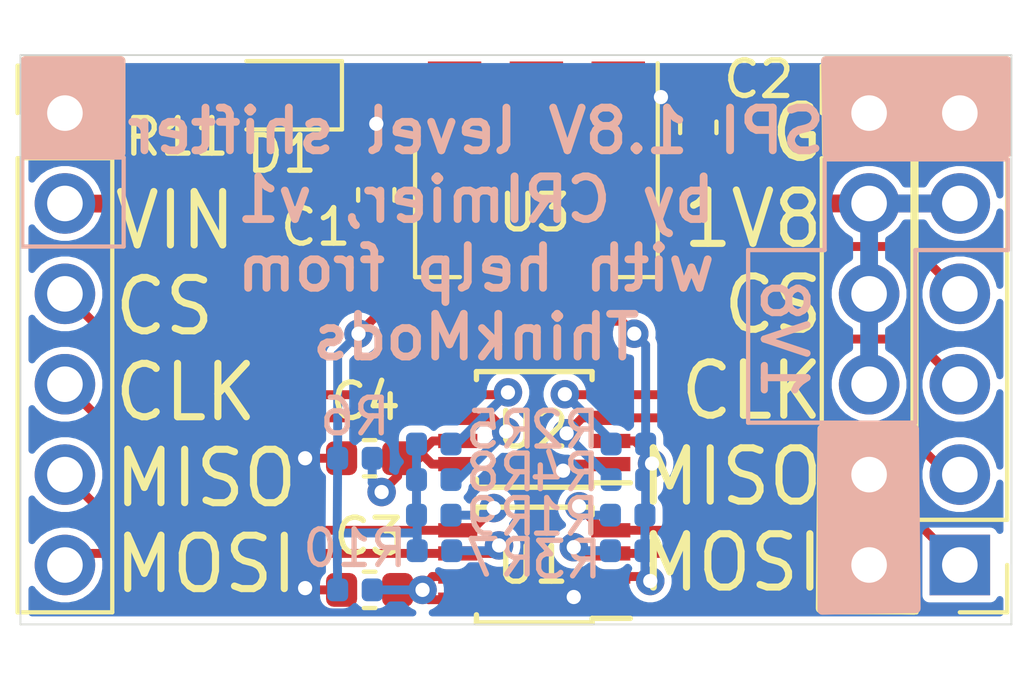
<source format=kicad_pcb>
(kicad_pcb (version 20171130) (host pcbnew 5.1.5+dfsg1-2build2)

  (general
    (thickness 1.6)
    (drawings 20)
    (tracks 174)
    (zones 0)
    (modules 22)
    (nets 15)
  )

  (page A4)
  (layers
    (0 F.Cu signal)
    (31 B.Cu signal)
    (32 B.Adhes user)
    (33 F.Adhes user)
    (34 B.Paste user)
    (35 F.Paste user)
    (36 B.SilkS user)
    (37 F.SilkS user)
    (38 B.Mask user)
    (39 F.Mask user)
    (40 Dwgs.User user)
    (41 Cmts.User user)
    (42 Eco1.User user)
    (43 Eco2.User user)
    (44 Edge.Cuts user)
    (45 Margin user)
    (46 B.CrtYd user)
    (47 F.CrtYd user)
    (48 B.Fab user)
    (49 F.Fab user)
  )

  (setup
    (last_trace_width 0.5)
    (user_trace_width 0.5)
    (trace_clearance 0.2)
    (zone_clearance 0.508)
    (zone_45_only no)
    (trace_min 0.2)
    (via_size 0.8)
    (via_drill 0.4)
    (via_min_size 0.4)
    (via_min_drill 0.3)
    (uvia_size 0.3)
    (uvia_drill 0.1)
    (uvias_allowed no)
    (uvia_min_size 0.2)
    (uvia_min_drill 0.1)
    (edge_width 0.05)
    (segment_width 0.2)
    (pcb_text_width 0.3)
    (pcb_text_size 1.5 1.5)
    (mod_edge_width 0.12)
    (mod_text_size 1 1)
    (mod_text_width 0.15)
    (pad_size 1.524 1.524)
    (pad_drill 0.762)
    (pad_to_mask_clearance 0.051)
    (solder_mask_min_width 0.25)
    (aux_axis_origin 136.6 86)
    (grid_origin 135.15 100.33)
    (visible_elements FFFFFF7F)
    (pcbplotparams
      (layerselection 0x010fc_ffffffff)
      (usegerberextensions false)
      (usegerberattributes false)
      (usegerberadvancedattributes false)
      (creategerberjobfile false)
      (excludeedgelayer true)
      (linewidth 0.100000)
      (plotframeref false)
      (viasonmask false)
      (mode 1)
      (useauxorigin false)
      (hpglpennumber 1)
      (hpglpenspeed 20)
      (hpglpendiameter 15.000000)
      (psnegative false)
      (psa4output false)
      (plotreference true)
      (plotvalue true)
      (plotinvisibletext false)
      (padsonsilk false)
      (subtractmaskfromsilk false)
      (outputformat 1)
      (mirror false)
      (drillshape 1)
      (scaleselection 1)
      (outputdirectory ""))
  )

  (net 0 "")
  (net 1 GND)
  (net 2 +3V3)
  (net 3 +1V8)
  (net 4 "Net-(C3-Pad1)")
  (net 5 "Net-(C4-Pad1)")
  (net 6 CS_1V8)
  (net 7 CLK_1V8)
  (net 8 MISO_1V8)
  (net 9 MOSI_1V8)
  (net 10 MOSI_3V3)
  (net 11 MISO_3V3)
  (net 12 CLK_3V3)
  (net 13 CS_3V3)
  (net 14 "Net-(D1-Pad2)")

  (net_class Default "This is the default net class."
    (clearance 0.2)
    (trace_width 0.25)
    (via_dia 0.8)
    (via_drill 0.4)
    (uvia_dia 0.3)
    (uvia_drill 0.1)
    (add_net +1V8)
    (add_net +3V3)
    (add_net CLK_1V8)
    (add_net CLK_3V3)
    (add_net CS_1V8)
    (add_net CS_3V3)
    (add_net GND)
    (add_net MISO_1V8)
    (add_net MISO_3V3)
    (add_net MOSI_1V8)
    (add_net MOSI_3V3)
    (add_net "Net-(C3-Pad1)")
    (add_net "Net-(C4-Pad1)")
    (add_net "Net-(D1-Pad2)")
  )

  (module Connector_PinHeader_2.54mm:PinHeader_1x06_P2.54mm_Vertical (layer F.Cu) (tedit 59FED5CC) (tstamp 5F82786B)
    (at 132.6 87.63)
    (descr "Through hole straight pin header, 1x06, 2.54mm pitch, single row")
    (tags "Through hole pin header THT 1x06 2.54mm single row")
    (path /5F8A7508)
    (fp_text reference J1 (at 0 -2.33) (layer F.SilkS) hide
      (effects (font (size 1 1) (thickness 0.15)))
    )
    (fp_text value PWR (at 0 15.03) (layer F.Fab)
      (effects (font (size 1 1) (thickness 0.15)))
    )
    (fp_text user %R (at 0 6.35 90) (layer F.Fab)
      (effects (font (size 1 1) (thickness 0.15)))
    )
    (fp_line (start 1.8 -1.8) (end -1.8 -1.8) (layer F.CrtYd) (width 0.05))
    (fp_line (start 1.8 14.5) (end 1.8 -1.8) (layer F.CrtYd) (width 0.05))
    (fp_line (start -1.8 14.5) (end 1.8 14.5) (layer F.CrtYd) (width 0.05))
    (fp_line (start -1.8 -1.8) (end -1.8 14.5) (layer F.CrtYd) (width 0.05))
    (fp_line (start -1.33 -1.33) (end 0 -1.33) (layer F.SilkS) (width 0.12))
    (fp_line (start -1.33 0) (end -1.33 -1.33) (layer F.SilkS) (width 0.12))
    (fp_line (start -1.33 1.27) (end 1.33 1.27) (layer F.SilkS) (width 0.12))
    (fp_line (start 1.33 1.27) (end 1.33 14.03) (layer F.SilkS) (width 0.12))
    (fp_line (start -1.33 1.27) (end -1.33 14.03) (layer F.SilkS) (width 0.12))
    (fp_line (start -1.33 14.03) (end 1.33 14.03) (layer F.SilkS) (width 0.12))
    (fp_line (start -1.27 -0.635) (end -0.635 -1.27) (layer F.Fab) (width 0.1))
    (fp_line (start -1.27 13.97) (end -1.27 -0.635) (layer F.Fab) (width 0.1))
    (fp_line (start 1.27 13.97) (end -1.27 13.97) (layer F.Fab) (width 0.1))
    (fp_line (start 1.27 -1.27) (end 1.27 13.97) (layer F.Fab) (width 0.1))
    (fp_line (start -0.635 -1.27) (end 1.27 -1.27) (layer F.Fab) (width 0.1))
    (pad 6 thru_hole oval (at 0 12.7) (size 1.7 1.7) (drill 1) (layers *.Cu *.Mask)
      (net 1 GND))
    (pad 5 thru_hole oval (at 0 10.16) (size 1.7 1.7) (drill 1) (layers *.Cu *.Mask)
      (net 1 GND))
    (pad 4 thru_hole oval (at 0 7.62) (size 1.7 1.7) (drill 1) (layers *.Cu *.Mask)
      (net 3 +1V8))
    (pad 3 thru_hole oval (at 0 5.08) (size 1.7 1.7) (drill 1) (layers *.Cu *.Mask)
      (net 3 +1V8))
    (pad 2 thru_hole oval (at 0 2.54) (size 1.7 1.7) (drill 1) (layers *.Cu *.Mask)
      (net 3 +1V8))
    (pad 1 thru_hole rect (at 0 0) (size 1.7 1.7) (drill 1) (layers *.Cu *.Mask)
      (net 1 GND))
    (model ${KISYS3DMOD}/Connector_PinHeader_2.54mm.3dshapes/PinHeader_1x06_P2.54mm_Vertical.wrl
      (at (xyz 0 0 0))
      (scale (xyz 1 1 1))
      (rotate (xyz 0 0 0))
    )
  )

  (module LED_SMD:LED_0805_2012Metric (layer F.Cu) (tedit 5B36C52C) (tstamp 5F825B1F)
    (at 116.1 87.13 180)
    (descr "LED SMD 0805 (2012 Metric), square (rectangular) end terminal, IPC_7351 nominal, (Body size source: https://docs.google.com/spreadsheets/d/1BsfQQcO9C6DZCsRaXUlFlo91Tg2WpOkGARC1WS5S8t0/edit?usp=sharing), generated with kicad-footprint-generator")
    (tags diode)
    (path /5F89511A)
    (attr smd)
    (fp_text reference D1 (at 0 -1.65) (layer F.SilkS)
      (effects (font (size 1 1) (thickness 0.15)))
    )
    (fp_text value LED (at 0 1.65) (layer F.Fab)
      (effects (font (size 1 1) (thickness 0.15)))
    )
    (fp_text user %R (at 0 0) (layer F.Fab)
      (effects (font (size 0.5 0.5) (thickness 0.08)))
    )
    (fp_line (start 1.68 0.95) (end -1.68 0.95) (layer F.CrtYd) (width 0.05))
    (fp_line (start 1.68 -0.95) (end 1.68 0.95) (layer F.CrtYd) (width 0.05))
    (fp_line (start -1.68 -0.95) (end 1.68 -0.95) (layer F.CrtYd) (width 0.05))
    (fp_line (start -1.68 0.95) (end -1.68 -0.95) (layer F.CrtYd) (width 0.05))
    (fp_line (start -1.685 0.96) (end 1 0.96) (layer F.SilkS) (width 0.12))
    (fp_line (start -1.685 -0.96) (end -1.685 0.96) (layer F.SilkS) (width 0.12))
    (fp_line (start 1 -0.96) (end -1.685 -0.96) (layer F.SilkS) (width 0.12))
    (fp_line (start 1 0.6) (end 1 -0.6) (layer F.Fab) (width 0.1))
    (fp_line (start -1 0.6) (end 1 0.6) (layer F.Fab) (width 0.1))
    (fp_line (start -1 -0.3) (end -1 0.6) (layer F.Fab) (width 0.1))
    (fp_line (start -0.7 -0.6) (end -1 -0.3) (layer F.Fab) (width 0.1))
    (fp_line (start 1 -0.6) (end -0.7 -0.6) (layer F.Fab) (width 0.1))
    (pad 2 smd roundrect (at 0.9375 0 180) (size 0.975 1.4) (layers F.Cu F.Paste F.Mask) (roundrect_rratio 0.25)
      (net 14 "Net-(D1-Pad2)"))
    (pad 1 smd roundrect (at -0.9375 0 180) (size 0.975 1.4) (layers F.Cu F.Paste F.Mask) (roundrect_rratio 0.25)
      (net 1 GND))
    (model ${KISYS3DMOD}/LED_SMD.3dshapes/LED_0805_2012Metric.wrl
      (at (xyz 0 0 0))
      (scale (xyz 1 1 1))
      (rotate (xyz 0 0 0))
    )
  )

  (module Resistor_SMD:R_0402_1005Metric (layer F.Cu) (tedit 5B301BBD) (tstamp 5F8255FA)
    (at 113.15 87.13 180)
    (descr "Resistor SMD 0402 (1005 Metric), square (rectangular) end terminal, IPC_7351 nominal, (Body size source: http://www.tortai-tech.com/upload/download/2011102023233369053.pdf), generated with kicad-footprint-generator")
    (tags resistor)
    (path /5F894951)
    (attr smd)
    (fp_text reference R11 (at 0 -1.17) (layer F.SilkS)
      (effects (font (size 1 1) (thickness 0.15)))
    )
    (fp_text value 3K3 (at 0 1.17) (layer F.Fab)
      (effects (font (size 1 1) (thickness 0.15)))
    )
    (fp_text user %R (at 0 0) (layer F.Fab)
      (effects (font (size 0.25 0.25) (thickness 0.04)))
    )
    (fp_line (start 0.93 0.47) (end -0.93 0.47) (layer F.CrtYd) (width 0.05))
    (fp_line (start 0.93 -0.47) (end 0.93 0.47) (layer F.CrtYd) (width 0.05))
    (fp_line (start -0.93 -0.47) (end 0.93 -0.47) (layer F.CrtYd) (width 0.05))
    (fp_line (start -0.93 0.47) (end -0.93 -0.47) (layer F.CrtYd) (width 0.05))
    (fp_line (start 0.5 0.25) (end -0.5 0.25) (layer F.Fab) (width 0.1))
    (fp_line (start 0.5 -0.25) (end 0.5 0.25) (layer F.Fab) (width 0.1))
    (fp_line (start -0.5 -0.25) (end 0.5 -0.25) (layer F.Fab) (width 0.1))
    (fp_line (start -0.5 0.25) (end -0.5 -0.25) (layer F.Fab) (width 0.1))
    (pad 2 smd roundrect (at 0.485 0 180) (size 0.59 0.64) (layers F.Cu F.Paste F.Mask) (roundrect_rratio 0.25)
      (net 2 +3V3))
    (pad 1 smd roundrect (at -0.485 0 180) (size 0.59 0.64) (layers F.Cu F.Paste F.Mask) (roundrect_rratio 0.25)
      (net 14 "Net-(D1-Pad2)"))
    (model ${KISYS3DMOD}/Resistor_SMD.3dshapes/R_0402_1005Metric.wrl
      (at (xyz 0 0 0))
      (scale (xyz 1 1 1))
      (rotate (xyz 0 0 0))
    )
  )

  (module Package_TO_SOT_SMD:SOT-223-3_TabPin2 (layer F.Cu) (tedit 5A02FF57) (tstamp 5F821EDA)
    (at 123.25 90.33 270)
    (descr "module CMS SOT223 4 pins")
    (tags "CMS SOT")
    (path /5F81D112)
    (attr smd)
    (fp_text reference U3 (at 0.1 0.05 180) (layer F.SilkS)
      (effects (font (size 1 1) (thickness 0.15)))
    )
    (fp_text value AP1117-18 (at 0 4.5 90) (layer F.Fab)
      (effects (font (size 1 1) (thickness 0.15)))
    )
    (fp_line (start 1.85 -3.35) (end 1.85 3.35) (layer F.Fab) (width 0.1))
    (fp_line (start -1.85 3.35) (end 1.85 3.35) (layer F.Fab) (width 0.1))
    (fp_line (start -4.1 -3.41) (end 1.91 -3.41) (layer F.SilkS) (width 0.12))
    (fp_line (start -0.85 -3.35) (end 1.85 -3.35) (layer F.Fab) (width 0.1))
    (fp_line (start -1.85 3.41) (end 1.91 3.41) (layer F.SilkS) (width 0.12))
    (fp_line (start -1.85 -2.35) (end -1.85 3.35) (layer F.Fab) (width 0.1))
    (fp_line (start -1.85 -2.35) (end -0.85 -3.35) (layer F.Fab) (width 0.1))
    (fp_line (start -4.4 -3.6) (end -4.4 3.6) (layer F.CrtYd) (width 0.05))
    (fp_line (start -4.4 3.6) (end 4.4 3.6) (layer F.CrtYd) (width 0.05))
    (fp_line (start 4.4 3.6) (end 4.4 -3.6) (layer F.CrtYd) (width 0.05))
    (fp_line (start 4.4 -3.6) (end -4.4 -3.6) (layer F.CrtYd) (width 0.05))
    (fp_line (start 1.91 -3.41) (end 1.91 -2.15) (layer F.SilkS) (width 0.12))
    (fp_line (start 1.91 3.41) (end 1.91 2.15) (layer F.SilkS) (width 0.12))
    (fp_text user %R (at 0 0) (layer F.Fab)
      (effects (font (size 0.8 0.8) (thickness 0.12)))
    )
    (pad 1 smd rect (at -3.15 -2.3 270) (size 2 1.5) (layers F.Cu F.Paste F.Mask)
      (net 1 GND))
    (pad 3 smd rect (at -3.15 2.3 270) (size 2 1.5) (layers F.Cu F.Paste F.Mask)
      (net 2 +3V3))
    (pad 2 smd rect (at -3.15 0 270) (size 2 1.5) (layers F.Cu F.Paste F.Mask)
      (net 3 +1V8))
    (pad 2 smd rect (at 3.15 0 270) (size 2 3.8) (layers F.Cu F.Paste F.Mask)
      (net 3 +1V8))
    (model ${KISYS3DMOD}/Package_TO_SOT_SMD.3dshapes/SOT-223.wrl
      (at (xyz 0 0 0))
      (scale (xyz 1 1 1))
      (rotate (xyz 0 0 0))
    )
  )

  (module Package_SO:TSSOP-8_3x3mm_P0.65mm (layer F.Cu) (tedit 5A02F25C) (tstamp 5F821EC4)
    (at 123.19 96.52 180)
    (descr "TSSOP8: plastic thin shrink small outline package; 8 leads; body width 3 mm; (see NXP SSOP-TSSOP-VSO-REFLOW.pdf and sot505-1_po.pdf)")
    (tags "SSOP 0.65")
    (path /5F83B5EA)
    (attr smd)
    (fp_text reference U2 (at 0.04 -0.01) (layer F.SilkS)
      (effects (font (size 1 1) (thickness 0.15)))
    )
    (fp_text value GTL2002DP (at 0 2.55) (layer F.Fab)
      (effects (font (size 1 1) (thickness 0.15)))
    )
    (fp_text user %R (at 0 0) (layer F.Fab)
      (effects (font (size 0.6 0.6) (thickness 0.15)))
    )
    (fp_line (start -1.625 -1.5) (end -2.7 -1.5) (layer F.SilkS) (width 0.15))
    (fp_line (start -1.625 1.625) (end 1.625 1.625) (layer F.SilkS) (width 0.15))
    (fp_line (start -1.625 -1.625) (end 1.625 -1.625) (layer F.SilkS) (width 0.15))
    (fp_line (start -1.625 1.625) (end -1.625 1.4) (layer F.SilkS) (width 0.15))
    (fp_line (start 1.625 1.625) (end 1.625 1.4) (layer F.SilkS) (width 0.15))
    (fp_line (start 1.625 -1.625) (end 1.625 -1.4) (layer F.SilkS) (width 0.15))
    (fp_line (start -1.625 -1.625) (end -1.625 -1.5) (layer F.SilkS) (width 0.15))
    (fp_line (start -2.95 1.8) (end 2.95 1.8) (layer F.CrtYd) (width 0.05))
    (fp_line (start -2.95 -1.8) (end 2.95 -1.8) (layer F.CrtYd) (width 0.05))
    (fp_line (start 2.95 -1.8) (end 2.95 1.8) (layer F.CrtYd) (width 0.05))
    (fp_line (start -2.95 -1.8) (end -2.95 1.8) (layer F.CrtYd) (width 0.05))
    (fp_line (start -1.5 -0.5) (end -0.5 -1.5) (layer F.Fab) (width 0.15))
    (fp_line (start -1.5 1.5) (end -1.5 -0.5) (layer F.Fab) (width 0.15))
    (fp_line (start 1.5 1.5) (end -1.5 1.5) (layer F.Fab) (width 0.15))
    (fp_line (start 1.5 -1.5) (end 1.5 1.5) (layer F.Fab) (width 0.15))
    (fp_line (start -0.5 -1.5) (end 1.5 -1.5) (layer F.Fab) (width 0.15))
    (pad 8 smd rect (at 2.15 -0.975 180) (size 1.1 0.4) (layers F.Cu F.Paste F.Mask)
      (net 5 "Net-(C4-Pad1)"))
    (pad 7 smd rect (at 2.15 -0.325 180) (size 1.1 0.4) (layers F.Cu F.Paste F.Mask)
      (net 5 "Net-(C4-Pad1)"))
    (pad 6 smd rect (at 2.15 0.325 180) (size 1.1 0.4) (layers F.Cu F.Paste F.Mask)
      (net 12 CLK_3V3))
    (pad 5 smd rect (at 2.15 0.975 180) (size 1.1 0.4) (layers F.Cu F.Paste F.Mask)
      (net 13 CS_3V3))
    (pad 4 smd rect (at -2.15 0.975 180) (size 1.1 0.4) (layers F.Cu F.Paste F.Mask)
      (net 6 CS_1V8))
    (pad 3 smd rect (at -2.15 0.325 180) (size 1.1 0.4) (layers F.Cu F.Paste F.Mask)
      (net 7 CLK_1V8))
    (pad 2 smd rect (at -2.15 -0.325 180) (size 1.1 0.4) (layers F.Cu F.Paste F.Mask)
      (net 3 +1V8))
    (pad 1 smd rect (at -2.15 -0.975 180) (size 1.1 0.4) (layers F.Cu F.Paste F.Mask)
      (net 1 GND))
    (model ${KISYS3DMOD}/Package_SO.3dshapes/TSSOP-8_3x3mm_P0.65mm.wrl
      (at (xyz 0 0 0))
      (scale (xyz 1 1 1))
      (rotate (xyz 0 0 0))
    )
  )

  (module Package_SO:TSSOP-8_3x3mm_P0.65mm (layer F.Cu) (tedit 5A02F25C) (tstamp 5F8222BE)
    (at 123.19 100.33 180)
    (descr "TSSOP8: plastic thin shrink small outline package; 8 leads; body width 3 mm; (see NXP SSOP-TSSOP-VSO-REFLOW.pdf and sot505-1_po.pdf)")
    (tags "SSOP 0.65")
    (path /5F83AEE7)
    (attr smd)
    (fp_text reference U1 (at 0.04 0) (layer F.SilkS)
      (effects (font (size 1 1) (thickness 0.15)))
    )
    (fp_text value GTL2002DP (at 0 2.55) (layer F.Fab)
      (effects (font (size 1 1) (thickness 0.15)))
    )
    (fp_text user %R (at 0 0) (layer F.Fab)
      (effects (font (size 0.6 0.6) (thickness 0.15)))
    )
    (fp_line (start -1.625 -1.5) (end -2.7 -1.5) (layer F.SilkS) (width 0.15))
    (fp_line (start -1.625 1.625) (end 1.625 1.625) (layer F.SilkS) (width 0.15))
    (fp_line (start -1.625 -1.625) (end 1.625 -1.625) (layer F.SilkS) (width 0.15))
    (fp_line (start -1.625 1.625) (end -1.625 1.4) (layer F.SilkS) (width 0.15))
    (fp_line (start 1.625 1.625) (end 1.625 1.4) (layer F.SilkS) (width 0.15))
    (fp_line (start 1.625 -1.625) (end 1.625 -1.4) (layer F.SilkS) (width 0.15))
    (fp_line (start -1.625 -1.625) (end -1.625 -1.5) (layer F.SilkS) (width 0.15))
    (fp_line (start -2.95 1.8) (end 2.95 1.8) (layer F.CrtYd) (width 0.05))
    (fp_line (start -2.95 -1.8) (end 2.95 -1.8) (layer F.CrtYd) (width 0.05))
    (fp_line (start 2.95 -1.8) (end 2.95 1.8) (layer F.CrtYd) (width 0.05))
    (fp_line (start -2.95 -1.8) (end -2.95 1.8) (layer F.CrtYd) (width 0.05))
    (fp_line (start -1.5 -0.5) (end -0.5 -1.5) (layer F.Fab) (width 0.15))
    (fp_line (start -1.5 1.5) (end -1.5 -0.5) (layer F.Fab) (width 0.15))
    (fp_line (start 1.5 1.5) (end -1.5 1.5) (layer F.Fab) (width 0.15))
    (fp_line (start 1.5 -1.5) (end 1.5 1.5) (layer F.Fab) (width 0.15))
    (fp_line (start -0.5 -1.5) (end 1.5 -1.5) (layer F.Fab) (width 0.15))
    (pad 8 smd rect (at 2.15 -0.975 180) (size 1.1 0.4) (layers F.Cu F.Paste F.Mask)
      (net 4 "Net-(C3-Pad1)"))
    (pad 7 smd rect (at 2.15 -0.325 180) (size 1.1 0.4) (layers F.Cu F.Paste F.Mask)
      (net 4 "Net-(C3-Pad1)"))
    (pad 6 smd rect (at 2.15 0.325 180) (size 1.1 0.4) (layers F.Cu F.Paste F.Mask)
      (net 10 MOSI_3V3))
    (pad 5 smd rect (at 2.15 0.975 180) (size 1.1 0.4) (layers F.Cu F.Paste F.Mask)
      (net 11 MISO_3V3))
    (pad 4 smd rect (at -2.15 0.975 180) (size 1.1 0.4) (layers F.Cu F.Paste F.Mask)
      (net 8 MISO_1V8))
    (pad 3 smd rect (at -2.15 0.325 180) (size 1.1 0.4) (layers F.Cu F.Paste F.Mask)
      (net 9 MOSI_1V8))
    (pad 2 smd rect (at -2.15 -0.325 180) (size 1.1 0.4) (layers F.Cu F.Paste F.Mask)
      (net 3 +1V8))
    (pad 1 smd rect (at -2.15 -0.975 180) (size 1.1 0.4) (layers F.Cu F.Paste F.Mask)
      (net 1 GND))
    (model ${KISYS3DMOD}/Package_SO.3dshapes/TSSOP-8_3x3mm_P0.65mm.wrl
      (at (xyz 0 0 0))
      (scale (xyz 1 1 1))
      (rotate (xyz 0 0 0))
    )
  )

  (module Resistor_SMD:R_0402_1005Metric (layer B.Cu) (tedit 5B301BBD) (tstamp 5F823F9C)
    (at 120.365 96.93 180)
    (descr "Resistor SMD 0402 (1005 Metric), square (rectangular) end terminal, IPC_7351 nominal, (Body size source: http://www.tortai-tech.com/upload/download/2011102023233369053.pdf), generated with kicad-footprint-generator")
    (tags resistor)
    (path /5F8533A5)
    (attr smd)
    (fp_text reference R5 (at -1.885 0.4) (layer B.SilkS)
      (effects (font (size 1 1) (thickness 0.15)) (justify mirror))
    )
    (fp_text value 3K3 (at 0 -1.17) (layer B.Fab)
      (effects (font (size 1 1) (thickness 0.15)) (justify mirror))
    )
    (fp_text user %R (at 0 0) (layer B.Fab)
      (effects (font (size 0.25 0.25) (thickness 0.04)) (justify mirror))
    )
    (fp_line (start 0.93 -0.47) (end -0.93 -0.47) (layer B.CrtYd) (width 0.05))
    (fp_line (start 0.93 0.47) (end 0.93 -0.47) (layer B.CrtYd) (width 0.05))
    (fp_line (start -0.93 0.47) (end 0.93 0.47) (layer B.CrtYd) (width 0.05))
    (fp_line (start -0.93 -0.47) (end -0.93 0.47) (layer B.CrtYd) (width 0.05))
    (fp_line (start 0.5 -0.25) (end -0.5 -0.25) (layer B.Fab) (width 0.1))
    (fp_line (start 0.5 0.25) (end 0.5 -0.25) (layer B.Fab) (width 0.1))
    (fp_line (start -0.5 0.25) (end 0.5 0.25) (layer B.Fab) (width 0.1))
    (fp_line (start -0.5 -0.25) (end -0.5 0.25) (layer B.Fab) (width 0.1))
    (pad 2 smd roundrect (at 0.485 0 180) (size 0.59 0.64) (layers B.Cu B.Paste B.Mask) (roundrect_rratio 0.25)
      (net 2 +3V3))
    (pad 1 smd roundrect (at -0.485 0 180) (size 0.59 0.64) (layers B.Cu B.Paste B.Mask) (roundrect_rratio 0.25)
      (net 13 CS_3V3))
    (model ${KISYS3DMOD}/Resistor_SMD.3dshapes/R_0402_1005Metric.wrl
      (at (xyz 0 0 0))
      (scale (xyz 1 1 1))
      (rotate (xyz 0 0 0))
    )
  )

  (module Resistor_SMD:R_0402_1005Metric (layer B.Cu) (tedit 5B301BBD) (tstamp 5F821E7B)
    (at 120.365 98.93 180)
    (descr "Resistor SMD 0402 (1005 Metric), square (rectangular) end terminal, IPC_7351 nominal, (Body size source: http://www.tortai-tech.com/upload/download/2011102023233369053.pdf), generated with kicad-footprint-generator")
    (tags resistor)
    (path /5F853399)
    (attr smd)
    (fp_text reference R9 (at -1.885 -0.05) (layer B.SilkS)
      (effects (font (size 1 1) (thickness 0.15)) (justify mirror))
    )
    (fp_text value 3K3 (at 0 -1.17) (layer B.Fab)
      (effects (font (size 1 1) (thickness 0.15)) (justify mirror))
    )
    (fp_text user %R (at 0 0) (layer B.Fab)
      (effects (font (size 0.25 0.25) (thickness 0.04)) (justify mirror))
    )
    (fp_line (start 0.93 -0.47) (end -0.93 -0.47) (layer B.CrtYd) (width 0.05))
    (fp_line (start 0.93 0.47) (end 0.93 -0.47) (layer B.CrtYd) (width 0.05))
    (fp_line (start -0.93 0.47) (end 0.93 0.47) (layer B.CrtYd) (width 0.05))
    (fp_line (start -0.93 -0.47) (end -0.93 0.47) (layer B.CrtYd) (width 0.05))
    (fp_line (start 0.5 -0.25) (end -0.5 -0.25) (layer B.Fab) (width 0.1))
    (fp_line (start 0.5 0.25) (end 0.5 -0.25) (layer B.Fab) (width 0.1))
    (fp_line (start -0.5 0.25) (end 0.5 0.25) (layer B.Fab) (width 0.1))
    (fp_line (start -0.5 -0.25) (end -0.5 0.25) (layer B.Fab) (width 0.1))
    (pad 2 smd roundrect (at 0.485 0 180) (size 0.59 0.64) (layers B.Cu B.Paste B.Mask) (roundrect_rratio 0.25)
      (net 2 +3V3))
    (pad 1 smd roundrect (at -0.485 0 180) (size 0.59 0.64) (layers B.Cu B.Paste B.Mask) (roundrect_rratio 0.25)
      (net 11 MISO_3V3))
    (model ${KISYS3DMOD}/Resistor_SMD.3dshapes/R_0402_1005Metric.wrl
      (at (xyz 0 0 0))
      (scale (xyz 1 1 1))
      (rotate (xyz 0 0 0))
    )
  )

  (module Resistor_SMD:R_0402_1005Metric (layer B.Cu) (tedit 5B301BBD) (tstamp 5F821E6C)
    (at 120.365 97.93 180)
    (descr "Resistor SMD 0402 (1005 Metric), square (rectangular) end terminal, IPC_7351 nominal, (Body size source: http://www.tortai-tech.com/upload/download/2011102023233369053.pdf), generated with kicad-footprint-generator")
    (tags resistor)
    (path /5F85339F)
    (attr smd)
    (fp_text reference R8 (at -1.885 0.2) (layer B.SilkS)
      (effects (font (size 1 1) (thickness 0.15)) (justify mirror))
    )
    (fp_text value 3K3 (at 0 -1.17) (layer B.Fab)
      (effects (font (size 1 1) (thickness 0.15)) (justify mirror))
    )
    (fp_text user %R (at 0 0) (layer B.Fab)
      (effects (font (size 0.25 0.25) (thickness 0.04)) (justify mirror))
    )
    (fp_line (start 0.93 -0.47) (end -0.93 -0.47) (layer B.CrtYd) (width 0.05))
    (fp_line (start 0.93 0.47) (end 0.93 -0.47) (layer B.CrtYd) (width 0.05))
    (fp_line (start -0.93 0.47) (end 0.93 0.47) (layer B.CrtYd) (width 0.05))
    (fp_line (start -0.93 -0.47) (end -0.93 0.47) (layer B.CrtYd) (width 0.05))
    (fp_line (start 0.5 -0.25) (end -0.5 -0.25) (layer B.Fab) (width 0.1))
    (fp_line (start 0.5 0.25) (end 0.5 -0.25) (layer B.Fab) (width 0.1))
    (fp_line (start -0.5 0.25) (end 0.5 0.25) (layer B.Fab) (width 0.1))
    (fp_line (start -0.5 -0.25) (end -0.5 0.25) (layer B.Fab) (width 0.1))
    (pad 2 smd roundrect (at 0.485 0 180) (size 0.59 0.64) (layers B.Cu B.Paste B.Mask) (roundrect_rratio 0.25)
      (net 2 +3V3))
    (pad 1 smd roundrect (at -0.485 0 180) (size 0.59 0.64) (layers B.Cu B.Paste B.Mask) (roundrect_rratio 0.25)
      (net 12 CLK_3V3))
    (model ${KISYS3DMOD}/Resistor_SMD.3dshapes/R_0402_1005Metric.wrl
      (at (xyz 0 0 0))
      (scale (xyz 1 1 1))
      (rotate (xyz 0 0 0))
    )
  )

  (module Resistor_SMD:R_0402_1005Metric (layer B.Cu) (tedit 5B301BBD) (tstamp 5F821E5D)
    (at 120.385 99.93 180)
    (descr "Resistor SMD 0402 (1005 Metric), square (rectangular) end terminal, IPC_7351 nominal, (Body size source: http://www.tortai-tech.com/upload/download/2011102023233369053.pdf), generated with kicad-footprint-generator")
    (tags resistor)
    (path /5F853393)
    (attr smd)
    (fp_text reference R7 (at -1.865 -0.2) (layer B.SilkS)
      (effects (font (size 1 1) (thickness 0.15)) (justify mirror))
    )
    (fp_text value 3K3 (at 0 -1.17) (layer B.Fab)
      (effects (font (size 1 1) (thickness 0.15)) (justify mirror))
    )
    (fp_text user %R (at 0 0) (layer B.Fab)
      (effects (font (size 0.25 0.25) (thickness 0.04)) (justify mirror))
    )
    (fp_line (start 0.93 -0.47) (end -0.93 -0.47) (layer B.CrtYd) (width 0.05))
    (fp_line (start 0.93 0.47) (end 0.93 -0.47) (layer B.CrtYd) (width 0.05))
    (fp_line (start -0.93 0.47) (end 0.93 0.47) (layer B.CrtYd) (width 0.05))
    (fp_line (start -0.93 -0.47) (end -0.93 0.47) (layer B.CrtYd) (width 0.05))
    (fp_line (start 0.5 -0.25) (end -0.5 -0.25) (layer B.Fab) (width 0.1))
    (fp_line (start 0.5 0.25) (end 0.5 -0.25) (layer B.Fab) (width 0.1))
    (fp_line (start -0.5 0.25) (end 0.5 0.25) (layer B.Fab) (width 0.1))
    (fp_line (start -0.5 -0.25) (end -0.5 0.25) (layer B.Fab) (width 0.1))
    (pad 2 smd roundrect (at 0.485 0 180) (size 0.59 0.64) (layers B.Cu B.Paste B.Mask) (roundrect_rratio 0.25)
      (net 2 +3V3))
    (pad 1 smd roundrect (at -0.485 0 180) (size 0.59 0.64) (layers B.Cu B.Paste B.Mask) (roundrect_rratio 0.25)
      (net 10 MOSI_3V3))
    (model ${KISYS3DMOD}/Resistor_SMD.3dshapes/R_0402_1005Metric.wrl
      (at (xyz 0 0 0))
      (scale (xyz 1 1 1))
      (rotate (xyz 0 0 0))
    )
  )

  (module Resistor_SMD:R_0402_1005Metric (layer B.Cu) (tedit 5B301BBD) (tstamp 5F822286)
    (at 118.15 97.33 180)
    (descr "Resistor SMD 0402 (1005 Metric), square (rectangular) end terminal, IPC_7351 nominal, (Body size source: http://www.tortai-tech.com/upload/download/2011102023233369053.pdf), generated with kicad-footprint-generator")
    (tags resistor)
    (path /5F85F6CB)
    (attr smd)
    (fp_text reference R6 (at 0 1.17) (layer B.SilkS)
      (effects (font (size 1 1) (thickness 0.15)) (justify mirror))
    )
    (fp_text value 200K (at 0 -1.17) (layer B.Fab)
      (effects (font (size 1 1) (thickness 0.15)) (justify mirror))
    )
    (fp_text user %R (at 0 0) (layer B.Fab)
      (effects (font (size 0.25 0.25) (thickness 0.04)) (justify mirror))
    )
    (fp_line (start 0.93 -0.47) (end -0.93 -0.47) (layer B.CrtYd) (width 0.05))
    (fp_line (start 0.93 0.47) (end 0.93 -0.47) (layer B.CrtYd) (width 0.05))
    (fp_line (start -0.93 0.47) (end 0.93 0.47) (layer B.CrtYd) (width 0.05))
    (fp_line (start -0.93 -0.47) (end -0.93 0.47) (layer B.CrtYd) (width 0.05))
    (fp_line (start 0.5 -0.25) (end -0.5 -0.25) (layer B.Fab) (width 0.1))
    (fp_line (start 0.5 0.25) (end 0.5 -0.25) (layer B.Fab) (width 0.1))
    (fp_line (start -0.5 0.25) (end 0.5 0.25) (layer B.Fab) (width 0.1))
    (fp_line (start -0.5 -0.25) (end -0.5 0.25) (layer B.Fab) (width 0.1))
    (pad 2 smd roundrect (at 0.485 0 180) (size 0.59 0.64) (layers B.Cu B.Paste B.Mask) (roundrect_rratio 0.25)
      (net 2 +3V3))
    (pad 1 smd roundrect (at -0.485 0 180) (size 0.59 0.64) (layers B.Cu B.Paste B.Mask) (roundrect_rratio 0.25)
      (net 5 "Net-(C4-Pad1)"))
    (model ${KISYS3DMOD}/Resistor_SMD.3dshapes/R_0402_1005Metric.wrl
      (at (xyz 0 0 0))
      (scale (xyz 1 1 1))
      (rotate (xyz 0 0 0))
    )
  )

  (module Resistor_SMD:R_0402_1005Metric (layer B.Cu) (tedit 5B301BBD) (tstamp 5F822352)
    (at 118.15 101.03 180)
    (descr "Resistor SMD 0402 (1005 Metric), square (rectangular) end terminal, IPC_7351 nominal, (Body size source: http://www.tortai-tech.com/upload/download/2011102023233369053.pdf), generated with kicad-footprint-generator")
    (tags resistor)
    (path /5F864BEA)
    (attr smd)
    (fp_text reference R10 (at 0 1.17) (layer B.SilkS)
      (effects (font (size 1 1) (thickness 0.15)) (justify mirror))
    )
    (fp_text value 200K (at 0 -1.17) (layer B.Fab)
      (effects (font (size 1 1) (thickness 0.15)) (justify mirror))
    )
    (fp_text user %R (at 0 0) (layer B.Fab)
      (effects (font (size 0.25 0.25) (thickness 0.04)) (justify mirror))
    )
    (fp_line (start 0.93 -0.47) (end -0.93 -0.47) (layer B.CrtYd) (width 0.05))
    (fp_line (start 0.93 0.47) (end 0.93 -0.47) (layer B.CrtYd) (width 0.05))
    (fp_line (start -0.93 0.47) (end 0.93 0.47) (layer B.CrtYd) (width 0.05))
    (fp_line (start -0.93 -0.47) (end -0.93 0.47) (layer B.CrtYd) (width 0.05))
    (fp_line (start 0.5 -0.25) (end -0.5 -0.25) (layer B.Fab) (width 0.1))
    (fp_line (start 0.5 0.25) (end 0.5 -0.25) (layer B.Fab) (width 0.1))
    (fp_line (start -0.5 0.25) (end 0.5 0.25) (layer B.Fab) (width 0.1))
    (fp_line (start -0.5 -0.25) (end -0.5 0.25) (layer B.Fab) (width 0.1))
    (pad 2 smd roundrect (at 0.485 0 180) (size 0.59 0.64) (layers B.Cu B.Paste B.Mask) (roundrect_rratio 0.25)
      (net 2 +3V3))
    (pad 1 smd roundrect (at -0.485 0 180) (size 0.59 0.64) (layers B.Cu B.Paste B.Mask) (roundrect_rratio 0.25)
      (net 4 "Net-(C3-Pad1)"))
    (model ${KISYS3DMOD}/Resistor_SMD.3dshapes/R_0402_1005Metric.wrl
      (at (xyz 0 0 0))
      (scale (xyz 1 1 1))
      (rotate (xyz 0 0 0))
    )
  )

  (module Resistor_SMD:R_0402_1005Metric (layer B.Cu) (tedit 5B301BBD) (tstamp 5F821E30)
    (at 125.835 97.93)
    (descr "Resistor SMD 0402 (1005 Metric), square (rectangular) end terminal, IPC_7351 nominal, (Body size source: http://www.tortai-tech.com/upload/download/2011102023233369053.pdf), generated with kicad-footprint-generator")
    (tags resistor)
    (path /5F84D75B)
    (attr smd)
    (fp_text reference R4 (at -1.785 -0.2) (layer B.SilkS)
      (effects (font (size 1 1) (thickness 0.15)) (justify mirror))
    )
    (fp_text value 3K3 (at 0 -1.17) (layer B.Fab)
      (effects (font (size 1 1) (thickness 0.15)) (justify mirror))
    )
    (fp_text user %R (at 0 0) (layer B.Fab)
      (effects (font (size 0.25 0.25) (thickness 0.04)) (justify mirror))
    )
    (fp_line (start 0.93 -0.47) (end -0.93 -0.47) (layer B.CrtYd) (width 0.05))
    (fp_line (start 0.93 0.47) (end 0.93 -0.47) (layer B.CrtYd) (width 0.05))
    (fp_line (start -0.93 0.47) (end 0.93 0.47) (layer B.CrtYd) (width 0.05))
    (fp_line (start -0.93 -0.47) (end -0.93 0.47) (layer B.CrtYd) (width 0.05))
    (fp_line (start 0.5 -0.25) (end -0.5 -0.25) (layer B.Fab) (width 0.1))
    (fp_line (start 0.5 0.25) (end 0.5 -0.25) (layer B.Fab) (width 0.1))
    (fp_line (start -0.5 0.25) (end 0.5 0.25) (layer B.Fab) (width 0.1))
    (fp_line (start -0.5 -0.25) (end -0.5 0.25) (layer B.Fab) (width 0.1))
    (pad 2 smd roundrect (at 0.485 0) (size 0.59 0.64) (layers B.Cu B.Paste B.Mask) (roundrect_rratio 0.25)
      (net 3 +1V8))
    (pad 1 smd roundrect (at -0.485 0) (size 0.59 0.64) (layers B.Cu B.Paste B.Mask) (roundrect_rratio 0.25)
      (net 7 CLK_1V8))
    (model ${KISYS3DMOD}/Resistor_SMD.3dshapes/R_0402_1005Metric.wrl
      (at (xyz 0 0 0))
      (scale (xyz 1 1 1))
      (rotate (xyz 0 0 0))
    )
  )

  (module Resistor_SMD:R_0402_1005Metric (layer B.Cu) (tedit 5B301BBD) (tstamp 5F821E21)
    (at 125.815 99.93)
    (descr "Resistor SMD 0402 (1005 Metric), square (rectangular) end terminal, IPC_7351 nominal, (Body size source: http://www.tortai-tech.com/upload/download/2011102023233369053.pdf), generated with kicad-footprint-generator")
    (tags resistor)
    (path /5F84A854)
    (attr smd)
    (fp_text reference R3 (at -1.715 0.25) (layer B.SilkS)
      (effects (font (size 1 1) (thickness 0.15)) (justify mirror))
    )
    (fp_text value 3K3 (at 0 -1.17) (layer B.Fab)
      (effects (font (size 1 1) (thickness 0.15)) (justify mirror))
    )
    (fp_text user %R (at 0 0) (layer B.Fab)
      (effects (font (size 0.25 0.25) (thickness 0.04)) (justify mirror))
    )
    (fp_line (start 0.93 -0.47) (end -0.93 -0.47) (layer B.CrtYd) (width 0.05))
    (fp_line (start 0.93 0.47) (end 0.93 -0.47) (layer B.CrtYd) (width 0.05))
    (fp_line (start -0.93 0.47) (end 0.93 0.47) (layer B.CrtYd) (width 0.05))
    (fp_line (start -0.93 -0.47) (end -0.93 0.47) (layer B.CrtYd) (width 0.05))
    (fp_line (start 0.5 -0.25) (end -0.5 -0.25) (layer B.Fab) (width 0.1))
    (fp_line (start 0.5 0.25) (end 0.5 -0.25) (layer B.Fab) (width 0.1))
    (fp_line (start -0.5 0.25) (end 0.5 0.25) (layer B.Fab) (width 0.1))
    (fp_line (start -0.5 -0.25) (end -0.5 0.25) (layer B.Fab) (width 0.1))
    (pad 2 smd roundrect (at 0.485 0) (size 0.59 0.64) (layers B.Cu B.Paste B.Mask) (roundrect_rratio 0.25)
      (net 3 +1V8))
    (pad 1 smd roundrect (at -0.485 0) (size 0.59 0.64) (layers B.Cu B.Paste B.Mask) (roundrect_rratio 0.25)
      (net 9 MOSI_1V8))
    (model ${KISYS3DMOD}/Resistor_SMD.3dshapes/R_0402_1005Metric.wrl
      (at (xyz 0 0 0))
      (scale (xyz 1 1 1))
      (rotate (xyz 0 0 0))
    )
  )

  (module Resistor_SMD:R_0402_1005Metric (layer B.Cu) (tedit 5B301BBD) (tstamp 5F821E12)
    (at 125.835 96.93)
    (descr "Resistor SMD 0402 (1005 Metric), square (rectangular) end terminal, IPC_7351 nominal, (Body size source: http://www.tortai-tech.com/upload/download/2011102023233369053.pdf), generated with kicad-footprint-generator")
    (tags resistor)
    (path /5F84D761)
    (attr smd)
    (fp_text reference R2 (at -1.785 -0.4) (layer B.SilkS)
      (effects (font (size 1 1) (thickness 0.15)) (justify mirror))
    )
    (fp_text value 3K3 (at 0 -1.17) (layer B.Fab)
      (effects (font (size 1 1) (thickness 0.15)) (justify mirror))
    )
    (fp_text user %R (at 0 0) (layer B.Fab)
      (effects (font (size 0.25 0.25) (thickness 0.04)) (justify mirror))
    )
    (fp_line (start 0.93 -0.47) (end -0.93 -0.47) (layer B.CrtYd) (width 0.05))
    (fp_line (start 0.93 0.47) (end 0.93 -0.47) (layer B.CrtYd) (width 0.05))
    (fp_line (start -0.93 0.47) (end 0.93 0.47) (layer B.CrtYd) (width 0.05))
    (fp_line (start -0.93 -0.47) (end -0.93 0.47) (layer B.CrtYd) (width 0.05))
    (fp_line (start 0.5 -0.25) (end -0.5 -0.25) (layer B.Fab) (width 0.1))
    (fp_line (start 0.5 0.25) (end 0.5 -0.25) (layer B.Fab) (width 0.1))
    (fp_line (start -0.5 0.25) (end 0.5 0.25) (layer B.Fab) (width 0.1))
    (fp_line (start -0.5 -0.25) (end -0.5 0.25) (layer B.Fab) (width 0.1))
    (pad 2 smd roundrect (at 0.485 0) (size 0.59 0.64) (layers B.Cu B.Paste B.Mask) (roundrect_rratio 0.25)
      (net 3 +1V8))
    (pad 1 smd roundrect (at -0.485 0) (size 0.59 0.64) (layers B.Cu B.Paste B.Mask) (roundrect_rratio 0.25)
      (net 6 CS_1V8))
    (model ${KISYS3DMOD}/Resistor_SMD.3dshapes/R_0402_1005Metric.wrl
      (at (xyz 0 0 0))
      (scale (xyz 1 1 1))
      (rotate (xyz 0 0 0))
    )
  )

  (module Resistor_SMD:R_0402_1005Metric (layer B.Cu) (tedit 5B301BBD) (tstamp 5F822FAA)
    (at 125.815 98.93)
    (descr "Resistor SMD 0402 (1005 Metric), square (rectangular) end terminal, IPC_7351 nominal, (Body size source: http://www.tortai-tech.com/upload/download/2011102023233369053.pdf), generated with kicad-footprint-generator")
    (tags resistor)
    (path /5F84C052)
    (attr smd)
    (fp_text reference R1 (at -1.775 0.05) (layer B.SilkS)
      (effects (font (size 1 1) (thickness 0.15)) (justify mirror))
    )
    (fp_text value 3K3 (at 0 -1.17) (layer B.Fab)
      (effects (font (size 1 1) (thickness 0.15)) (justify mirror))
    )
    (fp_text user %R (at 0 0) (layer B.Fab)
      (effects (font (size 0.25 0.25) (thickness 0.04)) (justify mirror))
    )
    (fp_line (start 0.93 -0.47) (end -0.93 -0.47) (layer B.CrtYd) (width 0.05))
    (fp_line (start 0.93 0.47) (end 0.93 -0.47) (layer B.CrtYd) (width 0.05))
    (fp_line (start -0.93 0.47) (end 0.93 0.47) (layer B.CrtYd) (width 0.05))
    (fp_line (start -0.93 -0.47) (end -0.93 0.47) (layer B.CrtYd) (width 0.05))
    (fp_line (start 0.5 -0.25) (end -0.5 -0.25) (layer B.Fab) (width 0.1))
    (fp_line (start 0.5 0.25) (end 0.5 -0.25) (layer B.Fab) (width 0.1))
    (fp_line (start -0.5 0.25) (end 0.5 0.25) (layer B.Fab) (width 0.1))
    (fp_line (start -0.5 -0.25) (end -0.5 0.25) (layer B.Fab) (width 0.1))
    (pad 2 smd roundrect (at 0.485 0) (size 0.59 0.64) (layers B.Cu B.Paste B.Mask) (roundrect_rratio 0.25)
      (net 3 +1V8))
    (pad 1 smd roundrect (at -0.485 0) (size 0.59 0.64) (layers B.Cu B.Paste B.Mask) (roundrect_rratio 0.25)
      (net 8 MISO_1V8))
    (model ${KISYS3DMOD}/Resistor_SMD.3dshapes/R_0402_1005Metric.wrl
      (at (xyz 0 0 0))
      (scale (xyz 1 1 1))
      (rotate (xyz 0 0 0))
    )
  )

  (module Connector_PinHeader_2.54mm:PinHeader_1x06_P2.54mm_Vertical (layer F.Cu) (tedit 59FED5CC) (tstamp 5F82209D)
    (at 110 87.63)
    (descr "Through hole straight pin header, 1x06, 2.54mm pitch, single row")
    (tags "Through hole pin header THT 1x06 2.54mm single row")
    (path /5F81C2B7)
    (fp_text reference J4 (at 0 -2.33) (layer F.SilkS) hide
      (effects (font (size 1 1) (thickness 0.15)))
    )
    (fp_text value IN (at 0 15.03) (layer F.Fab)
      (effects (font (size 1 1) (thickness 0.15)))
    )
    (fp_text user %R (at 0 6.35 90) (layer F.Fab)
      (effects (font (size 1 1) (thickness 0.15)))
    )
    (fp_line (start 1.8 -1.8) (end -1.8 -1.8) (layer F.CrtYd) (width 0.05))
    (fp_line (start 1.8 14.5) (end 1.8 -1.8) (layer F.CrtYd) (width 0.05))
    (fp_line (start -1.8 14.5) (end 1.8 14.5) (layer F.CrtYd) (width 0.05))
    (fp_line (start -1.8 -1.8) (end -1.8 14.5) (layer F.CrtYd) (width 0.05))
    (fp_line (start -1.33 -1.33) (end 0 -1.33) (layer F.SilkS) (width 0.12))
    (fp_line (start -1.33 0) (end -1.33 -1.33) (layer F.SilkS) (width 0.12))
    (fp_line (start -1.33 1.27) (end 1.33 1.27) (layer F.SilkS) (width 0.12))
    (fp_line (start 1.33 1.27) (end 1.33 14.03) (layer F.SilkS) (width 0.12))
    (fp_line (start -1.33 1.27) (end -1.33 14.03) (layer F.SilkS) (width 0.12))
    (fp_line (start -1.33 14.03) (end 1.33 14.03) (layer F.SilkS) (width 0.12))
    (fp_line (start -1.27 -0.635) (end -0.635 -1.27) (layer F.Fab) (width 0.1))
    (fp_line (start -1.27 13.97) (end -1.27 -0.635) (layer F.Fab) (width 0.1))
    (fp_line (start 1.27 13.97) (end -1.27 13.97) (layer F.Fab) (width 0.1))
    (fp_line (start 1.27 -1.27) (end 1.27 13.97) (layer F.Fab) (width 0.1))
    (fp_line (start -0.635 -1.27) (end 1.27 -1.27) (layer F.Fab) (width 0.1))
    (pad 6 thru_hole oval (at 0 12.7) (size 1.7 1.7) (drill 1) (layers *.Cu *.Mask)
      (net 10 MOSI_3V3))
    (pad 5 thru_hole oval (at 0 10.16) (size 1.7 1.7) (drill 1) (layers *.Cu *.Mask)
      (net 11 MISO_3V3))
    (pad 4 thru_hole oval (at 0 7.62) (size 1.7 1.7) (drill 1) (layers *.Cu *.Mask)
      (net 12 CLK_3V3))
    (pad 3 thru_hole oval (at 0 5.08) (size 1.7 1.7) (drill 1) (layers *.Cu *.Mask)
      (net 13 CS_3V3))
    (pad 2 thru_hole oval (at 0 2.54) (size 1.7 1.7) (drill 1) (layers *.Cu *.Mask)
      (net 2 +3V3))
    (pad 1 thru_hole rect (at 0 0) (size 1.7 1.7) (drill 1) (layers *.Cu *.Mask)
      (net 1 GND))
    (model ${KISYS3DMOD}/Connector_PinHeader_2.54mm.3dshapes/PinHeader_1x06_P2.54mm_Vertical.wrl
      (at (xyz 0 0 0))
      (scale (xyz 1 1 1))
      (rotate (xyz 0 0 0))
    )
  )

  (module Connector_PinHeader_2.54mm:PinHeader_1x06_P2.54mm_Vertical (layer F.Cu) (tedit 59FED5CC) (tstamp 5F8224AA)
    (at 135.15 100.33 180)
    (descr "Through hole straight pin header, 1x06, 2.54mm pitch, single row")
    (tags "Through hole pin header THT 1x06 2.54mm single row")
    (path /5F81C04F)
    (fp_text reference J3 (at 0 -2.33) (layer F.SilkS) hide
      (effects (font (size 1 1) (thickness 0.15)))
    )
    (fp_text value OUT (at 0 15.03) (layer F.Fab)
      (effects (font (size 1 1) (thickness 0.15)))
    )
    (fp_text user %R (at 0 6.35 90) (layer F.Fab)
      (effects (font (size 1 1) (thickness 0.15)))
    )
    (fp_line (start 1.8 -1.8) (end -1.8 -1.8) (layer F.CrtYd) (width 0.05))
    (fp_line (start 1.8 14.5) (end 1.8 -1.8) (layer F.CrtYd) (width 0.05))
    (fp_line (start -1.8 14.5) (end 1.8 14.5) (layer F.CrtYd) (width 0.05))
    (fp_line (start -1.8 -1.8) (end -1.8 14.5) (layer F.CrtYd) (width 0.05))
    (fp_line (start -1.33 -1.33) (end 0 -1.33) (layer F.SilkS) (width 0.12))
    (fp_line (start -1.33 0) (end -1.33 -1.33) (layer F.SilkS) (width 0.12))
    (fp_line (start -1.33 1.27) (end 1.33 1.27) (layer F.SilkS) (width 0.12))
    (fp_line (start 1.33 1.27) (end 1.33 14.03) (layer F.SilkS) (width 0.12))
    (fp_line (start -1.33 1.27) (end -1.33 14.03) (layer F.SilkS) (width 0.12))
    (fp_line (start -1.33 14.03) (end 1.33 14.03) (layer F.SilkS) (width 0.12))
    (fp_line (start -1.27 -0.635) (end -0.635 -1.27) (layer F.Fab) (width 0.1))
    (fp_line (start -1.27 13.97) (end -1.27 -0.635) (layer F.Fab) (width 0.1))
    (fp_line (start 1.27 13.97) (end -1.27 13.97) (layer F.Fab) (width 0.1))
    (fp_line (start 1.27 -1.27) (end 1.27 13.97) (layer F.Fab) (width 0.1))
    (fp_line (start -0.635 -1.27) (end 1.27 -1.27) (layer F.Fab) (width 0.1))
    (pad 6 thru_hole oval (at 0 12.7 180) (size 1.7 1.7) (drill 1) (layers *.Cu *.Mask)
      (net 1 GND))
    (pad 5 thru_hole oval (at 0 10.16 180) (size 1.7 1.7) (drill 1) (layers *.Cu *.Mask)
      (net 3 +1V8))
    (pad 4 thru_hole oval (at 0 7.62 180) (size 1.7 1.7) (drill 1) (layers *.Cu *.Mask)
      (net 6 CS_1V8))
    (pad 3 thru_hole oval (at 0 5.08 180) (size 1.7 1.7) (drill 1) (layers *.Cu *.Mask)
      (net 7 CLK_1V8))
    (pad 2 thru_hole oval (at 0 2.54 180) (size 1.7 1.7) (drill 1) (layers *.Cu *.Mask)
      (net 8 MISO_1V8))
    (pad 1 thru_hole rect (at 0 0 180) (size 1.7 1.7) (drill 1) (layers *.Cu *.Mask)
      (net 9 MOSI_1V8))
    (model ${KISYS3DMOD}/Connector_PinHeader_2.54mm.3dshapes/PinHeader_1x06_P2.54mm_Vertical.wrl
      (at (xyz 0 0 0))
      (scale (xyz 1 1 1))
      (rotate (xyz 0 0 0))
    )
  )

  (module Capacitor_SMD:C_0603_1608Metric (layer F.Cu) (tedit 5B301BBE) (tstamp 5F821D94)
    (at 118.5625 97.33 180)
    (descr "Capacitor SMD 0603 (1608 Metric), square (rectangular) end terminal, IPC_7351 nominal, (Body size source: http://www.tortai-tech.com/upload/download/2011102023233369053.pdf), generated with kicad-footprint-generator")
    (tags capacitor)
    (path /5F85D5DF)
    (attr smd)
    (fp_text reference C4 (at 0.1125 1.6) (layer F.SilkS)
      (effects (font (size 1 1) (thickness 0.15)))
    )
    (fp_text value 100nF (at 0 1.43) (layer F.Fab)
      (effects (font (size 1 1) (thickness 0.15)))
    )
    (fp_text user %R (at 0 0) (layer F.Fab)
      (effects (font (size 0.4 0.4) (thickness 0.06)))
    )
    (fp_line (start 1.48 0.73) (end -1.48 0.73) (layer F.CrtYd) (width 0.05))
    (fp_line (start 1.48 -0.73) (end 1.48 0.73) (layer F.CrtYd) (width 0.05))
    (fp_line (start -1.48 -0.73) (end 1.48 -0.73) (layer F.CrtYd) (width 0.05))
    (fp_line (start -1.48 0.73) (end -1.48 -0.73) (layer F.CrtYd) (width 0.05))
    (fp_line (start -0.162779 0.51) (end 0.162779 0.51) (layer F.SilkS) (width 0.12))
    (fp_line (start -0.162779 -0.51) (end 0.162779 -0.51) (layer F.SilkS) (width 0.12))
    (fp_line (start 0.8 0.4) (end -0.8 0.4) (layer F.Fab) (width 0.1))
    (fp_line (start 0.8 -0.4) (end 0.8 0.4) (layer F.Fab) (width 0.1))
    (fp_line (start -0.8 -0.4) (end 0.8 -0.4) (layer F.Fab) (width 0.1))
    (fp_line (start -0.8 0.4) (end -0.8 -0.4) (layer F.Fab) (width 0.1))
    (pad 2 smd roundrect (at 0.7875 0 180) (size 0.875 0.95) (layers F.Cu F.Paste F.Mask) (roundrect_rratio 0.25)
      (net 1 GND))
    (pad 1 smd roundrect (at -0.7875 0 180) (size 0.875 0.95) (layers F.Cu F.Paste F.Mask) (roundrect_rratio 0.25)
      (net 5 "Net-(C4-Pad1)"))
    (model ${KISYS3DMOD}/Capacitor_SMD.3dshapes/C_0603_1608Metric.wrl
      (at (xyz 0 0 0))
      (scale (xyz 1 1 1))
      (rotate (xyz 0 0 0))
    )
  )

  (module Capacitor_SMD:C_0603_1608Metric (layer F.Cu) (tedit 5B301BBE) (tstamp 5F821D83)
    (at 118.5625 101.03 180)
    (descr "Capacitor SMD 0603 (1608 Metric), square (rectangular) end terminal, IPC_7351 nominal, (Body size source: http://www.tortai-tech.com/upload/download/2011102023233369053.pdf), generated with kicad-footprint-generator")
    (tags capacitor)
    (path /5F85ADC8)
    (attr smd)
    (fp_text reference C3 (at 0.0125 1.5) (layer F.SilkS)
      (effects (font (size 1 1) (thickness 0.15)))
    )
    (fp_text value 100nF (at 0 1.43) (layer F.Fab)
      (effects (font (size 1 1) (thickness 0.15)))
    )
    (fp_text user %R (at 0 0) (layer F.Fab)
      (effects (font (size 0.4 0.4) (thickness 0.06)))
    )
    (fp_line (start 1.48 0.73) (end -1.48 0.73) (layer F.CrtYd) (width 0.05))
    (fp_line (start 1.48 -0.73) (end 1.48 0.73) (layer F.CrtYd) (width 0.05))
    (fp_line (start -1.48 -0.73) (end 1.48 -0.73) (layer F.CrtYd) (width 0.05))
    (fp_line (start -1.48 0.73) (end -1.48 -0.73) (layer F.CrtYd) (width 0.05))
    (fp_line (start -0.162779 0.51) (end 0.162779 0.51) (layer F.SilkS) (width 0.12))
    (fp_line (start -0.162779 -0.51) (end 0.162779 -0.51) (layer F.SilkS) (width 0.12))
    (fp_line (start 0.8 0.4) (end -0.8 0.4) (layer F.Fab) (width 0.1))
    (fp_line (start 0.8 -0.4) (end 0.8 0.4) (layer F.Fab) (width 0.1))
    (fp_line (start -0.8 -0.4) (end 0.8 -0.4) (layer F.Fab) (width 0.1))
    (fp_line (start -0.8 0.4) (end -0.8 -0.4) (layer F.Fab) (width 0.1))
    (pad 2 smd roundrect (at 0.7875 0 180) (size 0.875 0.95) (layers F.Cu F.Paste F.Mask) (roundrect_rratio 0.25)
      (net 1 GND))
    (pad 1 smd roundrect (at -0.7875 0 180) (size 0.875 0.95) (layers F.Cu F.Paste F.Mask) (roundrect_rratio 0.25)
      (net 4 "Net-(C3-Pad1)"))
    (model ${KISYS3DMOD}/Capacitor_SMD.3dshapes/C_0603_1608Metric.wrl
      (at (xyz 0 0 0))
      (scale (xyz 1 1 1))
      (rotate (xyz 0 0 0))
    )
  )

  (module Capacitor_SMD:C_0603_1608Metric (layer F.Cu) (tedit 5B301BBE) (tstamp 5F821D72)
    (at 127.8 88.03 90)
    (descr "Capacitor SMD 0603 (1608 Metric), square (rectangular) end terminal, IPC_7351 nominal, (Body size source: http://www.tortai-tech.com/upload/download/2011102023233369053.pdf), generated with kicad-footprint-generator")
    (tags capacitor)
    (path /5F81F071)
    (attr smd)
    (fp_text reference C2 (at 1.35 1.7 180) (layer F.SilkS)
      (effects (font (size 1 1) (thickness 0.15)))
    )
    (fp_text value 100nF (at 0 1.43 90) (layer F.Fab)
      (effects (font (size 1 1) (thickness 0.15)))
    )
    (fp_text user %R (at 0 0 90) (layer F.Fab)
      (effects (font (size 0.4 0.4) (thickness 0.06)))
    )
    (fp_line (start 1.48 0.73) (end -1.48 0.73) (layer F.CrtYd) (width 0.05))
    (fp_line (start 1.48 -0.73) (end 1.48 0.73) (layer F.CrtYd) (width 0.05))
    (fp_line (start -1.48 -0.73) (end 1.48 -0.73) (layer F.CrtYd) (width 0.05))
    (fp_line (start -1.48 0.73) (end -1.48 -0.73) (layer F.CrtYd) (width 0.05))
    (fp_line (start -0.162779 0.51) (end 0.162779 0.51) (layer F.SilkS) (width 0.12))
    (fp_line (start -0.162779 -0.51) (end 0.162779 -0.51) (layer F.SilkS) (width 0.12))
    (fp_line (start 0.8 0.4) (end -0.8 0.4) (layer F.Fab) (width 0.1))
    (fp_line (start 0.8 -0.4) (end 0.8 0.4) (layer F.Fab) (width 0.1))
    (fp_line (start -0.8 -0.4) (end 0.8 -0.4) (layer F.Fab) (width 0.1))
    (fp_line (start -0.8 0.4) (end -0.8 -0.4) (layer F.Fab) (width 0.1))
    (pad 2 smd roundrect (at 0.7875 0 90) (size 0.875 0.95) (layers F.Cu F.Paste F.Mask) (roundrect_rratio 0.25)
      (net 1 GND))
    (pad 1 smd roundrect (at -0.7875 0 90) (size 0.875 0.95) (layers F.Cu F.Paste F.Mask) (roundrect_rratio 0.25)
      (net 3 +1V8))
    (model ${KISYS3DMOD}/Capacitor_SMD.3dshapes/C_0603_1608Metric.wrl
      (at (xyz 0 0 0))
      (scale (xyz 1 1 1))
      (rotate (xyz 0 0 0))
    )
  )

  (module Capacitor_SMD:C_0603_1608Metric (layer F.Cu) (tedit 5B301BBE) (tstamp 5F821D61)
    (at 118.75 89.93 90)
    (descr "Capacitor SMD 0603 (1608 Metric), square (rectangular) end terminal, IPC_7351 nominal, (Body size source: http://www.tortai-tech.com/upload/download/2011102023233369053.pdf), generated with kicad-footprint-generator")
    (tags capacitor)
    (path /5F81F4B4)
    (attr smd)
    (fp_text reference C1 (at -0.9 -1.7 180) (layer F.SilkS)
      (effects (font (size 1 1) (thickness 0.15)))
    )
    (fp_text value 100nF (at 0 1.43 90) (layer F.Fab)
      (effects (font (size 1 1) (thickness 0.15)))
    )
    (fp_text user %R (at 0 0 90) (layer F.Fab)
      (effects (font (size 0.4 0.4) (thickness 0.06)))
    )
    (fp_line (start 1.48 0.73) (end -1.48 0.73) (layer F.CrtYd) (width 0.05))
    (fp_line (start 1.48 -0.73) (end 1.48 0.73) (layer F.CrtYd) (width 0.05))
    (fp_line (start -1.48 -0.73) (end 1.48 -0.73) (layer F.CrtYd) (width 0.05))
    (fp_line (start -1.48 0.73) (end -1.48 -0.73) (layer F.CrtYd) (width 0.05))
    (fp_line (start -0.162779 0.51) (end 0.162779 0.51) (layer F.SilkS) (width 0.12))
    (fp_line (start -0.162779 -0.51) (end 0.162779 -0.51) (layer F.SilkS) (width 0.12))
    (fp_line (start 0.8 0.4) (end -0.8 0.4) (layer F.Fab) (width 0.1))
    (fp_line (start 0.8 -0.4) (end 0.8 0.4) (layer F.Fab) (width 0.1))
    (fp_line (start -0.8 -0.4) (end 0.8 -0.4) (layer F.Fab) (width 0.1))
    (fp_line (start -0.8 0.4) (end -0.8 -0.4) (layer F.Fab) (width 0.1))
    (pad 2 smd roundrect (at 0.7875 0 90) (size 0.875 0.95) (layers F.Cu F.Paste F.Mask) (roundrect_rratio 0.25)
      (net 1 GND))
    (pad 1 smd roundrect (at -0.7875 0 90) (size 0.875 0.95) (layers F.Cu F.Paste F.Mask) (roundrect_rratio 0.25)
      (net 2 +3V3))
    (model ${KISYS3DMOD}/Capacitor_SMD.3dshapes/C_0603_1608Metric.wrl
      (at (xyz 0 0 0))
      (scale (xyz 1 1 1))
      (rotate (xyz 0 0 0))
    )
  )

  (gr_text 1V8 (at 130.2 93.98 270) (layer B.SilkS)
    (effects (font (size 1.2 1.2) (thickness 0.2)) (justify mirror))
  )
  (gr_line (start 133.9 91.48) (end 136.5 91.48) (layer B.SilkS) (width 0.12) (tstamp 5F828999))
  (gr_line (start 133.9 96.33) (end 133.9 91.48) (layer B.SilkS) (width 0.12))
  (gr_line (start 129.2 96.33) (end 133.9 96.33) (layer B.SilkS) (width 0.12))
  (gr_line (start 129.2 91.48) (end 129.2 96.33) (layer B.SilkS) (width 0.12))
  (gr_line (start 131.35 91.48) (end 129.2 91.48) (layer B.SilkS) (width 0.12))
  (gr_line (start 108.8 91.38) (end 108.8 88.88) (layer B.SilkS) (width 0.12))
  (gr_line (start 111.65 91.38) (end 108.8 91.38) (layer B.SilkS) (width 0.12))
  (gr_line (start 111.65 88.88) (end 111.65 91.38) (layer B.SilkS) (width 0.12))
  (gr_line (start 108.8 88.88) (end 111.65 88.88) (layer B.SilkS) (width 0.12))
  (gr_line (start 136.5 88.93) (end 131.35 88.93) (layer B.SilkS) (width 0.12) (tstamp 5F82712E))
  (gr_line (start 136.5 91.48) (end 136.5 88.93) (layer B.SilkS) (width 0.12))
  (gr_line (start 131.35 88.93) (end 131.35 91.48) (layer B.SilkS) (width 0.12))
  (gr_text "SPI 1.8V level shifter\nby CRImier, v1\nwith help from\nThinkMods" (at 121.55 91.03) (layer B.SilkS) (tstamp 5F828E91)
    (effects (font (size 1.2 1.2) (thickness 0.22)) (justify mirror))
  )
  (gr_text "G\n1V8\nCS\nCLK\nMISO\nMOSI" (at 131.4 94.23) (layer F.SilkS) (tstamp 5F8261C4)
    (effects (font (size 1.5 1.4) (thickness 0.2)) (justify right))
  )
  (gr_text "VIN\nCS\nCLK\nMISO\nMOSI" (at 111.3 95.48) (layer F.SilkS) (tstamp 5F826395)
    (effects (font (size 1.5 1.4) (thickness 0.2)) (justify left))
  )
  (gr_line (start 136.6 86) (end 108.75 86) (layer Edge.Cuts) (width 0.05) (tstamp 5F822399))
  (gr_line (start 136.6 102) (end 136.6 86) (layer Edge.Cuts) (width 0.05) (tstamp 5F8222F7))
  (gr_line (start 108.75 102) (end 136.6 102) (layer Edge.Cuts) (width 0.05))
  (gr_line (start 108.75 86) (end 108.75 102) (layer Edge.Cuts) (width 0.05))

  (via (at 118.75 87.93) (size 0.8) (drill 0.4) (layers F.Cu B.Cu) (net 1))
  (via (at 124.3 101.23) (size 0.8) (drill 0.4) (layers F.Cu B.Cu) (net 1))
  (segment (start 124.375 101.305) (end 124.3 101.23) (width 0.25) (layer F.Cu) (net 1))
  (segment (start 125.34 101.305) (end 124.375 101.305) (width 0.25) (layer F.Cu) (net 1))
  (via (at 124 97.68) (size 0.8) (drill 0.4) (layers F.Cu B.Cu) (net 1))
  (segment (start 124.185 97.495) (end 124 97.68) (width 0.25) (layer F.Cu) (net 1))
  (segment (start 125.34 97.495) (end 124.185 97.495) (width 0.25) (layer F.Cu) (net 1))
  (via (at 116.75 97.33) (size 0.8) (drill 0.4) (layers F.Cu B.Cu) (net 1))
  (segment (start 117.775 97.33) (end 116.75 97.33) (width 0.25) (layer F.Cu) (net 1))
  (via (at 116.75 100.98) (size 0.8) (drill 0.4) (layers F.Cu B.Cu) (net 1))
  (segment (start 116.8 101.03) (end 116.75 100.98) (width 0.25) (layer F.Cu) (net 1))
  (segment (start 117.775 101.03) (end 116.8 101.03) (width 0.25) (layer F.Cu) (net 1))
  (segment (start 118.75 89.1425) (end 118.75 87.93) (width 0.5) (layer F.Cu) (net 1))
  (segment (start 118.55 87.73) (end 118.75 87.93) (width 0.25) (layer F.Cu) (net 1))
  (segment (start 117.95 87.13) (end 118.75 87.93) (width 0.25) (layer F.Cu) (net 1))
  (segment (start 117.0375 87.13) (end 117.95 87.13) (width 0.25) (layer F.Cu) (net 1))
  (segment (start 127.7375 87.18) (end 127.8 87.2425) (width 0.5) (layer F.Cu) (net 1))
  (via (at 126.75 87.18) (size 0.8) (drill 0.4) (layers F.Cu B.Cu) (net 1))
  (segment (start 125.55 87.18) (end 126.75 87.18) (width 0.5) (layer F.Cu) (net 1))
  (segment (start 126.75 87.18) (end 127.7375 87.18) (width 0.5) (layer F.Cu) (net 1))
  (via (at 118.25 93.83) (size 0.8) (drill 0.4) (layers F.Cu B.Cu) (net 2))
  (segment (start 117.665 94.415) (end 118.25 93.83) (width 0.25) (layer B.Cu) (net 2))
  (segment (start 117.665 97.33) (end 117.665 94.415) (width 0.25) (layer B.Cu) (net 2))
  (segment (start 118.75 93.33) (end 118.75 90.7175) (width 0.25) (layer F.Cu) (net 2))
  (segment (start 118.25 93.83) (end 118.75 93.33) (width 0.25) (layer F.Cu) (net 2))
  (segment (start 119.88 96.93) (end 119.88 97.93) (width 0.25) (layer B.Cu) (net 2))
  (segment (start 119.9 98.95) (end 119.88 98.93) (width 0.25) (layer B.Cu) (net 2))
  (segment (start 119.88 97.93) (end 119.88 98.93) (width 0.25) (layer B.Cu) (net 2))
  (segment (start 117.75 99.43) (end 117.65 99.53) (width 0.25) (layer B.Cu) (net 2))
  (segment (start 119.9 99.43) (end 117.75 99.43) (width 0.25) (layer B.Cu) (net 2))
  (segment (start 117.65 99.53) (end 117.665 97.33) (width 0.25) (layer B.Cu) (net 2))
  (segment (start 117.665 101.03) (end 117.65 99.53) (width 0.25) (layer B.Cu) (net 2))
  (segment (start 119.9 99.93) (end 119.9 99.43) (width 0.25) (layer B.Cu) (net 2))
  (segment (start 119.9 99.43) (end 119.9 98.95) (width 0.25) (layer B.Cu) (net 2))
  (segment (start 117.4875 90.7175) (end 118.75 90.7175) (width 0.5) (layer F.Cu) (net 2))
  (segment (start 116.94 90.17) (end 117.4875 90.7175) (width 0.5) (layer F.Cu) (net 2))
  (segment (start 120.95 87.18) (end 120.95 89.83) (width 0.5) (layer F.Cu) (net 2))
  (segment (start 120.0625 90.7175) (end 118.75 90.7175) (width 0.5) (layer F.Cu) (net 2))
  (segment (start 120.95 89.83) (end 120.0625 90.7175) (width 0.5) (layer F.Cu) (net 2))
  (segment (start 112.665 90.165) (end 112.65 90.18) (width 0.25) (layer F.Cu) (net 2))
  (segment (start 112.665 87.78) (end 112.665 90.165) (width 0.25) (layer F.Cu) (net 2))
  (segment (start 112.65 90.18) (end 116.94 90.17) (width 0.5) (layer F.Cu) (net 2))
  (segment (start 110 90.17) (end 112.65 90.18) (width 0.5) (layer F.Cu) (net 2))
  (segment (start 112.665 87.78) (end 112.665 87.13) (width 0.25) (layer F.Cu) (net 2))
  (via (at 126.45 100.78) (size 0.8) (drill 0.4) (layers F.Cu B.Cu) (net 3))
  (segment (start 126.325 100.655) (end 126.45 100.78) (width 0.25) (layer F.Cu) (net 3))
  (segment (start 125.34 100.655) (end 126.325 100.655) (width 0.25) (layer F.Cu) (net 3))
  (segment (start 126.45 100.78) (end 126.31 100.64) (width 0.25) (layer B.Cu) (net 3))
  (segment (start 126.32 99.92) (end 126.31 99.93) (width 0.25) (layer B.Cu) (net 3))
  (segment (start 126.32 96.93) (end 126.32 97.93) (width 0.25) (layer B.Cu) (net 3))
  (segment (start 126.3 98.93) (end 126.3 99.93) (width 0.25) (layer B.Cu) (net 3))
  (segment (start 126.32 98.91) (end 126.3 98.93) (width 0.25) (layer B.Cu) (net 3))
  (segment (start 126.32 97.93) (end 126.32 98.91) (width 0.25) (layer B.Cu) (net 3))
  (via (at 126 93.83) (size 0.8) (drill 0.4) (layers F.Cu B.Cu) (net 3))
  (segment (start 126.32 94.15) (end 126 93.83) (width 0.25) (layer B.Cu) (net 3))
  (segment (start 126.32 96.93) (end 126.32 94.15) (width 0.25) (layer B.Cu) (net 3))
  (segment (start 125.65 93.48) (end 123.25 93.48) (width 0.25) (layer F.Cu) (net 3))
  (segment (start 126 93.83) (end 125.65 93.48) (width 0.25) (layer F.Cu) (net 3))
  (segment (start 125.34 96.845) (end 126.015 96.845) (width 0.25) (layer F.Cu) (net 3))
  (via (at 126.5 97.48) (size 0.8) (drill 0.4) (layers F.Cu B.Cu) (net 3))
  (segment (start 126.5 97.33) (end 126.5 97.48) (width 0.25) (layer F.Cu) (net 3))
  (segment (start 126.015 96.845) (end 126.5 97.33) (width 0.25) (layer F.Cu) (net 3))
  (segment (start 126.32 97.3) (end 126.5 97.48) (width 0.25) (layer B.Cu) (net 3))
  (segment (start 126.32 96.93) (end 126.32 97.3) (width 0.25) (layer B.Cu) (net 3))
  (segment (start 126.3 100.63) (end 126.45 100.78) (width 0.25) (layer B.Cu) (net 3))
  (segment (start 126.3 99.93) (end 126.3 100.63) (width 0.25) (layer B.Cu) (net 3))
  (segment (start 123.25 87.18) (end 123.25 89.58) (width 0.5) (layer F.Cu) (net 3))
  (segment (start 124.375 90.705) (end 127.75 90.705) (width 0.5) (layer F.Cu) (net 3))
  (segment (start 132.61 90.17) (end 135.15 90.17) (width 0.5) (layer F.Cu) (net 3))
  (segment (start 123.25 91.88) (end 124.4 90.73) (width 0.5) (layer F.Cu) (net 3))
  (segment (start 123.25 93.48) (end 123.25 91.88) (width 0.5) (layer F.Cu) (net 3))
  (segment (start 124.4 90.73) (end 124.375 90.705) (width 0.5) (layer F.Cu) (net 3))
  (segment (start 123.25 89.58) (end 124.4 90.73) (width 0.5) (layer F.Cu) (net 3))
  (segment (start 127.8 90.655) (end 127.75 90.705) (width 0.5) (layer F.Cu) (net 3))
  (segment (start 127.8 88.8175) (end 127.8 90.655) (width 0.5) (layer F.Cu) (net 3))
  (segment (start 130.925 90.705) (end 130.925 90.555) (width 0.5) (layer F.Cu) (net 3))
  (segment (start 127.75 90.705) (end 130.925 90.705) (width 0.5) (layer F.Cu) (net 3))
  (segment (start 131.31 90.17) (end 132.6 90.17) (width 0.5) (layer F.Cu) (net 3))
  (segment (start 130.925 90.555) (end 131.31 90.17) (width 0.5) (layer F.Cu) (net 3))
  (segment (start 132.6 95.25) (end 132.6 92.71) (width 0.5) (layer B.Cu) (net 3))
  (segment (start 132.6 90.17) (end 132.6 92.71) (width 0.5) (layer B.Cu) (net 3))
  (segment (start 132.6 90.17) (end 135.15 90.17) (width 0.5) (layer B.Cu) (net 3))
  (segment (start 121.04 100.655) (end 120.325 100.655) (width 0.25) (layer F.Cu) (net 4))
  (segment (start 119.95 101.03) (end 119.35 101.03) (width 0.25) (layer F.Cu) (net 4))
  (segment (start 120.225 101.305) (end 119.95 101.03) (width 0.25) (layer F.Cu) (net 4))
  (segment (start 121.04 101.305) (end 120.225 101.305) (width 0.25) (layer F.Cu) (net 4))
  (segment (start 120.05 101.03) (end 119.95 101.03) (width 0.25) (layer F.Cu) (net 4))
  (segment (start 120.325 100.655) (end 120.05 101.03) (width 0.25) (layer F.Cu) (net 4))
  (via (at 120.05 101.03) (size 0.8) (drill 0.4) (layers F.Cu B.Cu) (net 4))
  (segment (start 118.635 101.03) (end 120.05 101.03) (width 0.25) (layer B.Cu) (net 4))
  (segment (start 121.04 96.845) (end 120.335 96.845) (width 0.25) (layer F.Cu) (net 5))
  (segment (start 120.335 96.845) (end 120.05 97.13) (width 0.25) (layer F.Cu) (net 5))
  (segment (start 120.05 97.13) (end 120.05 97.23) (width 0.25) (layer F.Cu) (net 5))
  (segment (start 119.95 97.33) (end 119.35 97.33) (width 0.25) (layer F.Cu) (net 5))
  (segment (start 120.05 97.23) (end 119.95 97.33) (width 0.25) (layer F.Cu) (net 5))
  (segment (start 121.04 97.495) (end 120.315 97.495) (width 0.25) (layer F.Cu) (net 5))
  (segment (start 120.1 97.28) (end 120.05 97.23) (width 0.25) (layer F.Cu) (net 5))
  (segment (start 120.315 97.495) (end 120.1 97.28) (width 0.25) (layer F.Cu) (net 5))
  (segment (start 118.635 98.015) (end 118.9 98.28) (width 0.25) (layer B.Cu) (net 5))
  (via (at 118.9 98.28) (size 0.8) (drill 0.4) (layers F.Cu B.Cu) (net 5))
  (segment (start 118.635 97.33) (end 118.635 98.015) (width 0.25) (layer B.Cu) (net 5))
  (segment (start 119.35 97.83) (end 119.35 97.33) (width 0.25) (layer F.Cu) (net 5))
  (segment (start 118.9 98.28) (end 119.35 97.83) (width 0.25) (layer F.Cu) (net 5))
  (segment (start 125.34 95.545) (end 129.435 95.545) (width 0.25) (layer F.Cu) (net 6))
  (via (at 124.05 95.53) (size 0.8) (drill 0.4) (layers F.Cu B.Cu) (net 6))
  (segment (start 125.35 96.83) (end 124.05 95.53) (width 0.25) (layer B.Cu) (net 6))
  (segment (start 125.35 96.93) (end 125.35 96.83) (width 0.25) (layer B.Cu) (net 6))
  (segment (start 124.065 95.545) (end 125.34 95.545) (width 0.25) (layer F.Cu) (net 6))
  (segment (start 124.05 95.53) (end 124.065 95.545) (width 0.25) (layer F.Cu) (net 6))
  (segment (start 129.435 95.545) (end 130.6 94.38) (width 0.25) (layer F.Cu) (net 6))
  (segment (start 130.6 94.38) (end 130.6 92.18) (width 0.25) (layer F.Cu) (net 6))
  (segment (start 130.6 92.18) (end 131.4 91.38) (width 0.25) (layer F.Cu) (net 6))
  (segment (start 133.82 91.38) (end 135.15 92.71) (width 0.25) (layer F.Cu) (net 6))
  (segment (start 131.4 91.38) (end 133.82 91.38) (width 0.25) (layer F.Cu) (net 6))
  (segment (start 125.34 96.195) (end 130.185 96.195) (width 0.25) (layer F.Cu) (net 7))
  (segment (start 130.185 96.195) (end 131.13 95.25) (width 0.25) (layer F.Cu) (net 7))
  (via (at 124.1 96.63) (size 0.8) (drill 0.4) (layers F.Cu B.Cu) (net 7))
  (segment (start 124.535 96.195) (end 124.1 96.63) (width 0.25) (layer F.Cu) (net 7))
  (segment (start 125.34 96.195) (end 124.535 96.195) (width 0.25) (layer F.Cu) (net 7))
  (segment (start 124.1 96.68) (end 125.35 97.93) (width 0.25) (layer B.Cu) (net 7))
  (segment (start 124.1 96.63) (end 124.1 96.68) (width 0.25) (layer B.Cu) (net 7))
  (segment (start 131.13 95.25) (end 131.13 94.65) (width 0.25) (layer F.Cu) (net 7))
  (segment (start 131.13 94.65) (end 131.8 93.98) (width 0.25) (layer F.Cu) (net 7))
  (segment (start 133.88 93.98) (end 135.15 95.25) (width 0.25) (layer F.Cu) (net 7))
  (segment (start 131.8 93.98) (end 133.88 93.98) (width 0.25) (layer F.Cu) (net 7))
  (via (at 124.45 98.68) (size 0.8) (drill 0.4) (layers F.Cu B.Cu) (net 8))
  (segment (start 125.125 99.355) (end 124.45 98.68) (width 0.25) (layer F.Cu) (net 8))
  (segment (start 125.34 99.355) (end 125.125 99.355) (width 0.25) (layer F.Cu) (net 8))
  (segment (start 124.7 98.93) (end 125.33 98.93) (width 0.25) (layer B.Cu) (net 8))
  (segment (start 124.45 98.68) (end 124.7 98.93) (width 0.25) (layer B.Cu) (net 8))
  (segment (start 128.525 99.355) (end 125.34 99.355) (width 0.25) (layer F.Cu) (net 8))
  (segment (start 131.3 96.58) (end 128.525 99.355) (width 0.25) (layer F.Cu) (net 8))
  (segment (start 133.6 96.58) (end 131.3 96.58) (width 0.25) (layer F.Cu) (net 8))
  (segment (start 134.81 97.79) (end 133.6 96.58) (width 0.25) (layer F.Cu) (net 8))
  (segment (start 135.15 97.79) (end 134.81 97.79) (width 0.25) (layer F.Cu) (net 8))
  (via (at 124.3 99.83) (size 0.8) (drill 0.4) (layers F.Cu B.Cu) (net 9))
  (segment (start 124.4 99.93) (end 124.3 99.83) (width 0.25) (layer B.Cu) (net 9))
  (segment (start 125.33 99.93) (end 124.4 99.93) (width 0.25) (layer B.Cu) (net 9))
  (segment (start 124.3 99.83) (end 124.45 99.98) (width 0.25) (layer F.Cu) (net 9))
  (segment (start 124.475 100.005) (end 124.3 99.83) (width 0.25) (layer F.Cu) (net 9))
  (segment (start 125.34 100.005) (end 124.475 100.005) (width 0.25) (layer F.Cu) (net 9))
  (segment (start 133.9 99.08) (end 135.15 100.33) (width 0.25) (layer F.Cu) (net 9))
  (segment (start 130.5 99.08) (end 133.9 99.08) (width 0.25) (layer F.Cu) (net 9))
  (segment (start 129.575 100.005) (end 130.5 99.08) (width 0.25) (layer F.Cu) (net 9))
  (segment (start 125.34 100.005) (end 129.575 100.005) (width 0.25) (layer F.Cu) (net 9))
  (segment (start 110.325 100.005) (end 110 100.33) (width 0.25) (layer F.Cu) (net 10))
  (segment (start 121.04 100.005) (end 110.325 100.005) (width 0.25) (layer F.Cu) (net 10))
  (via (at 122.2 99.78) (size 0.8) (drill 0.4) (layers F.Cu B.Cu) (net 10))
  (segment (start 121.975 100.005) (end 122.2 99.78) (width 0.25) (layer F.Cu) (net 10))
  (segment (start 121.04 100.005) (end 121.975 100.005) (width 0.25) (layer F.Cu) (net 10))
  (segment (start 122.05 99.93) (end 120.87 99.93) (width 0.25) (layer B.Cu) (net 10))
  (segment (start 122.2 99.78) (end 122.05 99.93) (width 0.25) (layer B.Cu) (net 10))
  (segment (start 111.565 99.355) (end 110 97.79) (width 0.25) (layer F.Cu) (net 11))
  (segment (start 121.04 99.355) (end 111.565 99.355) (width 0.25) (layer F.Cu) (net 11))
  (via (at 122.05 98.73) (size 0.8) (drill 0.4) (layers F.Cu B.Cu) (net 11))
  (segment (start 121.85 98.93) (end 122.05 98.73) (width 0.25) (layer B.Cu) (net 11))
  (segment (start 120.85 98.93) (end 121.85 98.93) (width 0.25) (layer B.Cu) (net 11))
  (segment (start 121.425 99.355) (end 121.04 99.355) (width 0.25) (layer F.Cu) (net 11))
  (segment (start 122.05 98.73) (end 121.425 99.355) (width 0.25) (layer F.Cu) (net 11))
  (segment (start 110.945 96.195) (end 110 95.25) (width 0.25) (layer F.Cu) (net 12))
  (segment (start 121.04 96.195) (end 110.945 96.195) (width 0.25) (layer F.Cu) (net 12))
  (via (at 122.4 96.58) (size 0.8) (drill 0.4) (layers F.Cu B.Cu) (net 12))
  (segment (start 121.05 97.93) (end 122.4 96.58) (width 0.25) (layer B.Cu) (net 12))
  (segment (start 120.85 97.93) (end 121.05 97.93) (width 0.25) (layer B.Cu) (net 12))
  (segment (start 122.015 96.195) (end 121.04 96.195) (width 0.25) (layer F.Cu) (net 12))
  (segment (start 122.4 96.58) (end 122.015 96.195) (width 0.25) (layer F.Cu) (net 12))
  (segment (start 112.835 95.545) (end 110 92.71) (width 0.25) (layer F.Cu) (net 13))
  (segment (start 121.04 95.545) (end 112.835 95.545) (width 0.25) (layer F.Cu) (net 13))
  (segment (start 122.45 95.48) (end 122.385 95.545) (width 0.25) (layer F.Cu) (net 13))
  (segment (start 121 96.93) (end 120.85 96.93) (width 0.25) (layer B.Cu) (net 13))
  (segment (start 122.385 95.545) (end 121.04 95.545) (width 0.25) (layer F.Cu) (net 13))
  (segment (start 122.45 95.48) (end 121 96.93) (width 0.25) (layer B.Cu) (net 13))
  (via (at 122.45 95.48) (size 0.8) (drill 0.4) (layers F.Cu B.Cu) (net 13))
  (segment (start 113.635 87.13) (end 115.1625 87.13) (width 0.25) (layer F.Cu) (net 14))

  (zone (net 1) (net_name GND) (layer B.Cu) (tstamp 0) (hatch edge 0.508)
    (connect_pads (clearance 0.2))
    (min_thickness 0.2)
    (fill yes (arc_segments 32) (thermal_gap 0.2) (thermal_bridge_width 0.21))
    (polygon
      (pts
        (xy 136.65 101.98) (xy 108.75 101.98) (xy 108.75 85.98) (xy 136.6 85.98)
      )
    )
    (filled_polygon
      (pts
        (xy 136.275001 87.39465) (xy 136.269382 87.366402) (xy 136.196448 87.153086) (xy 136.0833 86.958098) (xy 135.934285 86.788931)
        (xy 135.755131 86.652085) (xy 135.552722 86.55282) (xy 135.334836 86.494951) (xy 135.155 86.555011) (xy 135.155 87.625)
        (xy 135.175 87.625) (xy 135.175 87.635) (xy 135.155 87.635) (xy 135.155 88.704989) (xy 135.334836 88.765049)
        (xy 135.552722 88.70718) (xy 135.755131 88.607915) (xy 135.934285 88.471069) (xy 136.0833 88.301902) (xy 136.196448 88.106914)
        (xy 136.269382 87.893598) (xy 136.275001 87.86535) (xy 136.275001 89.931055) (xy 136.255806 89.834557) (xy 136.169116 89.625271)
        (xy 136.043263 89.436918) (xy 135.883082 89.276737) (xy 135.694729 89.150884) (xy 135.485443 89.064194) (xy 135.263265 89.02)
        (xy 135.036735 89.02) (xy 134.814557 89.064194) (xy 134.605271 89.150884) (xy 134.416918 89.276737) (xy 134.256737 89.436918)
        (xy 134.134406 89.62) (xy 133.615594 89.62) (xy 133.493263 89.436918) (xy 133.333082 89.276737) (xy 133.144729 89.150884)
        (xy 132.935443 89.064194) (xy 132.713265 89.02) (xy 132.486735 89.02) (xy 132.264557 89.064194) (xy 132.055271 89.150884)
        (xy 131.866918 89.276737) (xy 131.706737 89.436918) (xy 131.580884 89.625271) (xy 131.494194 89.834557) (xy 131.45 90.056735)
        (xy 131.45 90.283265) (xy 131.494194 90.505443) (xy 131.580884 90.714729) (xy 131.706737 90.903082) (xy 131.866918 91.063263)
        (xy 132.05 91.185594) (xy 132.050001 91.694406) (xy 131.866918 91.816737) (xy 131.706737 91.976918) (xy 131.580884 92.165271)
        (xy 131.494194 92.374557) (xy 131.45 92.596735) (xy 131.45 92.823265) (xy 131.494194 93.045443) (xy 131.580884 93.254729)
        (xy 131.706737 93.443082) (xy 131.866918 93.603263) (xy 132.050001 93.725594) (xy 132.05 94.234406) (xy 131.866918 94.356737)
        (xy 131.706737 94.516918) (xy 131.580884 94.705271) (xy 131.494194 94.914557) (xy 131.45 95.136735) (xy 131.45 95.363265)
        (xy 131.494194 95.585443) (xy 131.580884 95.794729) (xy 131.706737 95.983082) (xy 131.866918 96.143263) (xy 132.055271 96.269116)
        (xy 132.264557 96.355806) (xy 132.486735 96.4) (xy 132.713265 96.4) (xy 132.935443 96.355806) (xy 133.144729 96.269116)
        (xy 133.333082 96.143263) (xy 133.493263 95.983082) (xy 133.619116 95.794729) (xy 133.705806 95.585443) (xy 133.75 95.363265)
        (xy 133.75 95.136735) (xy 133.705806 94.914557) (xy 133.619116 94.705271) (xy 133.493263 94.516918) (xy 133.333082 94.356737)
        (xy 133.15 94.234406) (xy 133.15 93.725594) (xy 133.333082 93.603263) (xy 133.493263 93.443082) (xy 133.619116 93.254729)
        (xy 133.705806 93.045443) (xy 133.75 92.823265) (xy 133.75 92.596735) (xy 133.705806 92.374557) (xy 133.619116 92.165271)
        (xy 133.493263 91.976918) (xy 133.333082 91.816737) (xy 133.15 91.694406) (xy 133.15 91.185594) (xy 133.333082 91.063263)
        (xy 133.493263 90.903082) (xy 133.615594 90.72) (xy 134.134406 90.72) (xy 134.256737 90.903082) (xy 134.416918 91.063263)
        (xy 134.605271 91.189116) (xy 134.814557 91.275806) (xy 135.036735 91.32) (xy 135.263265 91.32) (xy 135.485443 91.275806)
        (xy 135.694729 91.189116) (xy 135.883082 91.063263) (xy 136.043263 90.903082) (xy 136.169116 90.714729) (xy 136.255806 90.505443)
        (xy 136.275001 90.408945) (xy 136.275001 92.471055) (xy 136.255806 92.374557) (xy 136.169116 92.165271) (xy 136.043263 91.976918)
        (xy 135.883082 91.816737) (xy 135.694729 91.690884) (xy 135.485443 91.604194) (xy 135.263265 91.56) (xy 135.036735 91.56)
        (xy 134.814557 91.604194) (xy 134.605271 91.690884) (xy 134.416918 91.816737) (xy 134.256737 91.976918) (xy 134.130884 92.165271)
        (xy 134.044194 92.374557) (xy 134 92.596735) (xy 134 92.823265) (xy 134.044194 93.045443) (xy 134.130884 93.254729)
        (xy 134.256737 93.443082) (xy 134.416918 93.603263) (xy 134.605271 93.729116) (xy 134.814557 93.815806) (xy 135.036735 93.86)
        (xy 135.263265 93.86) (xy 135.485443 93.815806) (xy 135.694729 93.729116) (xy 135.883082 93.603263) (xy 136.043263 93.443082)
        (xy 136.169116 93.254729) (xy 136.255806 93.045443) (xy 136.275001 92.948946) (xy 136.275 95.011054) (xy 136.255806 94.914557)
        (xy 136.169116 94.705271) (xy 136.043263 94.516918) (xy 135.883082 94.356737) (xy 135.694729 94.230884) (xy 135.485443 94.144194)
        (xy 135.263265 94.1) (xy 135.036735 94.1) (xy 134.814557 94.144194) (xy 134.605271 94.230884) (xy 134.416918 94.356737)
        (xy 134.256737 94.516918) (xy 134.130884 94.705271) (xy 134.044194 94.914557) (xy 134 95.136735) (xy 134 95.363265)
        (xy 134.044194 95.585443) (xy 134.130884 95.794729) (xy 134.256737 95.983082) (xy 134.416918 96.143263) (xy 134.605271 96.269116)
        (xy 134.814557 96.355806) (xy 135.036735 96.4) (xy 135.263265 96.4) (xy 135.485443 96.355806) (xy 135.694729 96.269116)
        (xy 135.883082 96.143263) (xy 136.043263 95.983082) (xy 136.169116 95.794729) (xy 136.255806 95.585443) (xy 136.275 95.488946)
        (xy 136.275 97.551053) (xy 136.255806 97.454557) (xy 136.169116 97.245271) (xy 136.043263 97.056918) (xy 135.883082 96.896737)
        (xy 135.694729 96.770884) (xy 135.485443 96.684194) (xy 135.263265 96.64) (xy 135.036735 96.64) (xy 134.814557 96.684194)
        (xy 134.605271 96.770884) (xy 134.416918 96.896737) (xy 134.256737 97.056918) (xy 134.130884 97.245271) (xy 134.044194 97.454557)
        (xy 134 97.676735) (xy 134 97.903265) (xy 134.044194 98.125443) (xy 134.130884 98.334729) (xy 134.256737 98.523082)
        (xy 134.416918 98.683263) (xy 134.605271 98.809116) (xy 134.814557 98.895806) (xy 135.036735 98.94) (xy 135.263265 98.94)
        (xy 135.485443 98.895806) (xy 135.694729 98.809116) (xy 135.883082 98.683263) (xy 136.043263 98.523082) (xy 136.169116 98.334729)
        (xy 136.255806 98.125443) (xy 136.275 98.028947) (xy 136.275 99.358085) (xy 136.250647 99.312523) (xy 136.213158 99.266842)
        (xy 136.167477 99.229353) (xy 136.11536 99.201496) (xy 136.05881 99.184341) (xy 136 99.178549) (xy 134.3 99.178549)
        (xy 134.24119 99.184341) (xy 134.18464 99.201496) (xy 134.132523 99.229353) (xy 134.086842 99.266842) (xy 134.049353 99.312523)
        (xy 134.021496 99.36464) (xy 134.004341 99.42119) (xy 133.998549 99.48) (xy 133.998549 101.18) (xy 134.004341 101.23881)
        (xy 134.021496 101.29536) (xy 134.049353 101.347477) (xy 134.086842 101.393158) (xy 134.132523 101.430647) (xy 134.18464 101.458504)
        (xy 134.24119 101.475659) (xy 134.3 101.481451) (xy 136 101.481451) (xy 136.05881 101.475659) (xy 136.11536 101.458504)
        (xy 136.167477 101.430647) (xy 136.213158 101.393158) (xy 136.250647 101.347477) (xy 136.275 101.301915) (xy 136.275 101.675)
        (xy 120.32202 101.675) (xy 120.381574 101.650332) (xy 120.496224 101.573726) (xy 120.593726 101.476224) (xy 120.670332 101.361574)
        (xy 120.723099 101.234182) (xy 120.75 101.098944) (xy 120.75 100.961056) (xy 120.723099 100.825818) (xy 120.670332 100.698426)
        (xy 120.593726 100.583776) (xy 120.50028 100.49033) (xy 120.550694 100.517277) (xy 120.634914 100.542825) (xy 120.7225 100.551451)
        (xy 121.0175 100.551451) (xy 121.105086 100.542825) (xy 121.189306 100.517277) (xy 121.266924 100.475789) (xy 121.334956 100.419956)
        (xy 121.388265 100.355) (xy 121.800581 100.355) (xy 121.868426 100.400332) (xy 121.995818 100.453099) (xy 122.131056 100.48)
        (xy 122.268944 100.48) (xy 122.404182 100.453099) (xy 122.531574 100.400332) (xy 122.646224 100.323726) (xy 122.743726 100.226224)
        (xy 122.820332 100.111574) (xy 122.873099 99.984182) (xy 122.9 99.848944) (xy 122.9 99.711056) (xy 122.873099 99.575818)
        (xy 122.820332 99.448426) (xy 122.743726 99.333776) (xy 122.646224 99.236274) (xy 122.578756 99.191194) (xy 122.593726 99.176224)
        (xy 122.670332 99.061574) (xy 122.723099 98.934182) (xy 122.75 98.798944) (xy 122.75 98.661056) (xy 122.723099 98.525818)
        (xy 122.670332 98.398426) (xy 122.593726 98.283776) (xy 122.496224 98.186274) (xy 122.381574 98.109668) (xy 122.254182 98.056901)
        (xy 122.118944 98.03) (xy 121.981056 98.03) (xy 121.845818 98.056901) (xy 121.718426 98.109668) (xy 121.603776 98.186274)
        (xy 121.506274 98.283776) (xy 121.429668 98.398426) (xy 121.385524 98.505) (xy 121.368265 98.505) (xy 121.314956 98.440044)
        (xy 121.302717 98.43) (xy 121.314956 98.419956) (xy 121.370789 98.351924) (xy 121.412277 98.274306) (xy 121.437825 98.190086)
        (xy 121.442945 98.138095) (xy 122.306021 97.27502) (xy 122.331056 97.28) (xy 122.468944 97.28) (xy 122.604182 97.253099)
        (xy 122.731574 97.200332) (xy 122.846224 97.123726) (xy 122.943726 97.026224) (xy 123.020332 96.911574) (xy 123.073099 96.784182)
        (xy 123.1 96.648944) (xy 123.1 96.511056) (xy 123.073099 96.375818) (xy 123.020332 96.248426) (xy 122.943726 96.133776)
        (xy 122.858729 96.048779) (xy 122.896224 96.023726) (xy 122.993726 95.926224) (xy 123.070332 95.811574) (xy 123.123099 95.684182)
        (xy 123.15 95.548944) (xy 123.15 95.461056) (xy 123.35 95.461056) (xy 123.35 95.598944) (xy 123.376901 95.734182)
        (xy 123.429668 95.861574) (xy 123.506274 95.976224) (xy 123.603776 96.073726) (xy 123.641271 96.098779) (xy 123.556274 96.183776)
        (xy 123.479668 96.298426) (xy 123.426901 96.425818) (xy 123.4 96.561056) (xy 123.4 96.698944) (xy 123.426901 96.834182)
        (xy 123.479668 96.961574) (xy 123.556274 97.076224) (xy 123.653776 97.173726) (xy 123.768426 97.250332) (xy 123.895818 97.303099)
        (xy 124.031056 97.33) (xy 124.14896 97.33) (xy 124.753549 97.93459) (xy 124.753549 98.04806) (xy 124.654182 98.006901)
        (xy 124.518944 97.98) (xy 124.381056 97.98) (xy 124.245818 98.006901) (xy 124.118426 98.059668) (xy 124.003776 98.136274)
        (xy 123.906274 98.233776) (xy 123.829668 98.348426) (xy 123.776901 98.475818) (xy 123.75 98.611056) (xy 123.75 98.748944)
        (xy 123.776901 98.884182) (xy 123.829668 99.011574) (xy 123.906274 99.126224) (xy 123.983482 99.203432) (xy 123.968426 99.209668)
        (xy 123.853776 99.286274) (xy 123.756274 99.383776) (xy 123.679668 99.498426) (xy 123.626901 99.625818) (xy 123.6 99.761056)
        (xy 123.6 99.898944) (xy 123.626901 100.034182) (xy 123.679668 100.161574) (xy 123.756274 100.276224) (xy 123.853776 100.373726)
        (xy 123.968426 100.450332) (xy 124.095818 100.503099) (xy 124.231056 100.53) (xy 124.368944 100.53) (xy 124.504182 100.503099)
        (xy 124.631574 100.450332) (xy 124.746224 100.373726) (xy 124.76495 100.355) (xy 124.811735 100.355) (xy 124.865044 100.419956)
        (xy 124.933076 100.475789) (xy 125.010694 100.517277) (xy 125.094914 100.542825) (xy 125.1825 100.551451) (xy 125.4775 100.551451)
        (xy 125.565086 100.542825) (xy 125.649306 100.517277) (xy 125.726924 100.475789) (xy 125.794956 100.419956) (xy 125.815 100.395533)
        (xy 125.835044 100.419956) (xy 125.843858 100.427189) (xy 125.829668 100.448426) (xy 125.776901 100.575818) (xy 125.75 100.711056)
        (xy 125.75 100.848944) (xy 125.776901 100.984182) (xy 125.829668 101.111574) (xy 125.906274 101.226224) (xy 126.003776 101.323726)
        (xy 126.118426 101.400332) (xy 126.245818 101.453099) (xy 126.381056 101.48) (xy 126.518944 101.48) (xy 126.654182 101.453099)
        (xy 126.781574 101.400332) (xy 126.896224 101.323726) (xy 126.993726 101.226224) (xy 127.070332 101.111574) (xy 127.123099 100.984182)
        (xy 127.15 100.848944) (xy 127.15 100.711056) (xy 127.123099 100.575818) (xy 127.09784 100.514836) (xy 131.464951 100.514836)
        (xy 131.480618 100.593598) (xy 131.553552 100.806914) (xy 131.6667 101.001902) (xy 131.815715 101.171069) (xy 131.994869 101.307915)
        (xy 132.197278 101.40718) (xy 132.415164 101.465049) (xy 132.595 101.404989) (xy 132.595 100.335) (xy 132.605 100.335)
        (xy 132.605 101.404989) (xy 132.784836 101.465049) (xy 133.002722 101.40718) (xy 133.205131 101.307915) (xy 133.384285 101.171069)
        (xy 133.5333 101.001902) (xy 133.646448 100.806914) (xy 133.719382 100.593598) (xy 133.735049 100.514836) (xy 133.674988 100.335)
        (xy 132.605 100.335) (xy 132.595 100.335) (xy 131.525012 100.335) (xy 131.464951 100.514836) (xy 127.09784 100.514836)
        (xy 127.070332 100.448426) (xy 126.993726 100.333776) (xy 126.896224 100.236274) (xy 126.877591 100.223824) (xy 126.887825 100.190086)
        (xy 126.892249 100.145164) (xy 131.464951 100.145164) (xy 131.525012 100.325) (xy 132.595 100.325) (xy 132.595 99.255011)
        (xy 132.605 99.255011) (xy 132.605 100.325) (xy 133.674988 100.325) (xy 133.735049 100.145164) (xy 133.719382 100.066402)
        (xy 133.646448 99.853086) (xy 133.5333 99.658098) (xy 133.384285 99.488931) (xy 133.205131 99.352085) (xy 133.002722 99.25282)
        (xy 132.784836 99.194951) (xy 132.605 99.255011) (xy 132.595 99.255011) (xy 132.415164 99.194951) (xy 132.197278 99.25282)
        (xy 131.994869 99.352085) (xy 131.815715 99.488931) (xy 131.6667 99.658098) (xy 131.553552 99.853086) (xy 131.480618 100.066402)
        (xy 131.464951 100.145164) (xy 126.892249 100.145164) (xy 126.896451 100.1025) (xy 126.896451 99.7575) (xy 126.887825 99.669914)
        (xy 126.862277 99.585694) (xy 126.820789 99.508076) (xy 126.764956 99.440044) (xy 126.752717 99.43) (xy 126.764956 99.419956)
        (xy 126.820789 99.351924) (xy 126.862277 99.274306) (xy 126.887825 99.190086) (xy 126.896451 99.1025) (xy 126.896451 98.7575)
        (xy 126.887825 98.669914) (xy 126.862277 98.585694) (xy 126.820789 98.508076) (xy 126.764956 98.440044) (xy 126.762717 98.438207)
        (xy 126.784956 98.419956) (xy 126.840789 98.351924) (xy 126.882277 98.274306) (xy 126.907825 98.190086) (xy 126.916451 98.1025)
        (xy 126.916451 98.04362) (xy 126.946224 98.023726) (xy 126.995114 97.974836) (xy 131.464951 97.974836) (xy 131.480618 98.053598)
        (xy 131.553552 98.266914) (xy 131.6667 98.461902) (xy 131.815715 98.631069) (xy 131.994869 98.767915) (xy 132.197278 98.86718)
        (xy 132.415164 98.925049) (xy 132.595 98.864989) (xy 132.595 97.795) (xy 132.605 97.795) (xy 132.605 98.864989)
        (xy 132.784836 98.925049) (xy 133.002722 98.86718) (xy 133.205131 98.767915) (xy 133.384285 98.631069) (xy 133.5333 98.461902)
        (xy 133.646448 98.266914) (xy 133.719382 98.053598) (xy 133.735049 97.974836) (xy 133.674988 97.795) (xy 132.605 97.795)
        (xy 132.595 97.795) (xy 131.525012 97.795) (xy 131.464951 97.974836) (xy 126.995114 97.974836) (xy 127.043726 97.926224)
        (xy 127.120332 97.811574) (xy 127.173099 97.684182) (xy 127.188816 97.605164) (xy 131.464951 97.605164) (xy 131.525012 97.785)
        (xy 132.595 97.785) (xy 132.595 96.715011) (xy 132.605 96.715011) (xy 132.605 97.785) (xy 133.674988 97.785)
        (xy 133.735049 97.605164) (xy 133.719382 97.526402) (xy 133.646448 97.313086) (xy 133.5333 97.118098) (xy 133.384285 96.948931)
        (xy 133.205131 96.812085) (xy 133.002722 96.71282) (xy 132.784836 96.654951) (xy 132.605 96.715011) (xy 132.595 96.715011)
        (xy 132.415164 96.654951) (xy 132.197278 96.71282) (xy 131.994869 96.812085) (xy 131.815715 96.948931) (xy 131.6667 97.118098)
        (xy 131.553552 97.313086) (xy 131.480618 97.526402) (xy 131.464951 97.605164) (xy 127.188816 97.605164) (xy 127.2 97.548944)
        (xy 127.2 97.411056) (xy 127.173099 97.275818) (xy 127.120332 97.148426) (xy 127.043726 97.033776) (xy 126.946224 96.936274)
        (xy 126.916451 96.91638) (xy 126.916451 96.7575) (xy 126.907825 96.669914) (xy 126.882277 96.585694) (xy 126.840789 96.508076)
        (xy 126.784956 96.440044) (xy 126.745 96.407253) (xy 126.745 94.170866) (xy 126.747055 94.149999) (xy 126.745 94.129132)
        (xy 126.745 94.129126) (xy 126.738907 94.06726) (xy 126.73885 94.066685) (xy 126.716627 93.993427) (xy 126.714548 93.986573)
        (xy 126.691242 93.942971) (xy 126.7 93.898944) (xy 126.7 93.761056) (xy 126.673099 93.625818) (xy 126.620332 93.498426)
        (xy 126.543726 93.383776) (xy 126.446224 93.286274) (xy 126.331574 93.209668) (xy 126.204182 93.156901) (xy 126.068944 93.13)
        (xy 125.931056 93.13) (xy 125.795818 93.156901) (xy 125.668426 93.209668) (xy 125.553776 93.286274) (xy 125.456274 93.383776)
        (xy 125.379668 93.498426) (xy 125.326901 93.625818) (xy 125.3 93.761056) (xy 125.3 93.898944) (xy 125.326901 94.034182)
        (xy 125.379668 94.161574) (xy 125.456274 94.276224) (xy 125.553776 94.373726) (xy 125.668426 94.450332) (xy 125.795818 94.503099)
        (xy 125.895001 94.522828) (xy 125.895 96.407252) (xy 125.855044 96.440044) (xy 125.835 96.464467) (xy 125.814956 96.440044)
        (xy 125.746924 96.384211) (xy 125.669306 96.342723) (xy 125.585086 96.317175) (xy 125.4975 96.308549) (xy 125.429589 96.308549)
        (xy 124.74502 95.62398) (xy 124.75 95.598944) (xy 124.75 95.461056) (xy 124.723099 95.325818) (xy 124.670332 95.198426)
        (xy 124.593726 95.083776) (xy 124.496224 94.986274) (xy 124.381574 94.909668) (xy 124.254182 94.856901) (xy 124.118944 94.83)
        (xy 123.981056 94.83) (xy 123.845818 94.856901) (xy 123.718426 94.909668) (xy 123.603776 94.986274) (xy 123.506274 95.083776)
        (xy 123.429668 95.198426) (xy 123.376901 95.325818) (xy 123.35 95.461056) (xy 123.15 95.461056) (xy 123.15 95.411056)
        (xy 123.123099 95.275818) (xy 123.070332 95.148426) (xy 122.993726 95.033776) (xy 122.896224 94.936274) (xy 122.781574 94.859668)
        (xy 122.654182 94.806901) (xy 122.518944 94.78) (xy 122.381056 94.78) (xy 122.245818 94.806901) (xy 122.118426 94.859668)
        (xy 122.003776 94.936274) (xy 121.906274 95.033776) (xy 121.829668 95.148426) (xy 121.776901 95.275818) (xy 121.75 95.411056)
        (xy 121.75 95.548944) (xy 121.75498 95.57398) (xy 121.018357 96.310603) (xy 120.9975 96.308549) (xy 120.7025 96.308549)
        (xy 120.614914 96.317175) (xy 120.530694 96.342723) (xy 120.453076 96.384211) (xy 120.385044 96.440044) (xy 120.365 96.464467)
        (xy 120.344956 96.440044) (xy 120.276924 96.384211) (xy 120.199306 96.342723) (xy 120.115086 96.317175) (xy 120.0275 96.308549)
        (xy 119.7325 96.308549) (xy 119.644914 96.317175) (xy 119.560694 96.342723) (xy 119.483076 96.384211) (xy 119.415044 96.440044)
        (xy 119.359211 96.508076) (xy 119.317723 96.585694) (xy 119.292175 96.669914) (xy 119.283549 96.7575) (xy 119.283549 97.1025)
        (xy 119.292175 97.190086) (xy 119.317723 97.274306) (xy 119.359211 97.351924) (xy 119.415044 97.419956) (xy 119.427283 97.43)
        (xy 119.415044 97.440044) (xy 119.359211 97.508076) (xy 119.317723 97.585694) (xy 119.292175 97.669914) (xy 119.28938 97.698292)
        (xy 119.231574 97.659668) (xy 119.20505 97.648682) (xy 119.222825 97.590086) (xy 119.231451 97.5025) (xy 119.231451 97.1575)
        (xy 119.222825 97.069914) (xy 119.197277 96.985694) (xy 119.155789 96.908076) (xy 119.099956 96.840044) (xy 119.031924 96.784211)
        (xy 118.954306 96.742723) (xy 118.870086 96.717175) (xy 118.7825 96.708549) (xy 118.4875 96.708549) (xy 118.399914 96.717175)
        (xy 118.315694 96.742723) (xy 118.238076 96.784211) (xy 118.170044 96.840044) (xy 118.15 96.864467) (xy 118.129956 96.840044)
        (xy 118.09 96.807253) (xy 118.09 94.59104) (xy 118.15602 94.52502) (xy 118.181056 94.53) (xy 118.318944 94.53)
        (xy 118.454182 94.503099) (xy 118.581574 94.450332) (xy 118.696224 94.373726) (xy 118.793726 94.276224) (xy 118.870332 94.161574)
        (xy 118.923099 94.034182) (xy 118.95 93.898944) (xy 118.95 93.761056) (xy 118.923099 93.625818) (xy 118.870332 93.498426)
        (xy 118.793726 93.383776) (xy 118.696224 93.286274) (xy 118.581574 93.209668) (xy 118.454182 93.156901) (xy 118.318944 93.13)
        (xy 118.181056 93.13) (xy 118.045818 93.156901) (xy 117.918426 93.209668) (xy 117.803776 93.286274) (xy 117.706274 93.383776)
        (xy 117.629668 93.498426) (xy 117.576901 93.625818) (xy 117.55 93.761056) (xy 117.55 93.898944) (xy 117.55498 93.92398)
        (xy 117.379239 94.099721) (xy 117.363027 94.113026) (xy 117.309917 94.17774) (xy 117.281511 94.230884) (xy 117.270453 94.251573)
        (xy 117.24615 94.331686) (xy 117.237945 94.415) (xy 117.240001 94.435877) (xy 117.24 96.807252) (xy 117.200044 96.840044)
        (xy 117.144211 96.908076) (xy 117.102723 96.985694) (xy 117.077175 97.069914) (xy 117.068549 97.1575) (xy 117.068549 97.5025)
        (xy 117.077175 97.590086) (xy 117.102723 97.674306) (xy 117.144211 97.751924) (xy 117.200044 97.819956) (xy 117.236447 97.849831)
        (xy 117.225143 99.507684) (xy 117.222945 99.53) (xy 117.225209 99.55299) (xy 117.234794 100.511525) (xy 117.200044 100.540044)
        (xy 117.144211 100.608076) (xy 117.102723 100.685694) (xy 117.077175 100.769914) (xy 117.068549 100.8575) (xy 117.068549 101.2025)
        (xy 117.077175 101.290086) (xy 117.102723 101.374306) (xy 117.144211 101.451924) (xy 117.200044 101.519956) (xy 117.268076 101.575789)
        (xy 117.345694 101.617277) (xy 117.429914 101.642825) (xy 117.5175 101.651451) (xy 117.8125 101.651451) (xy 117.900086 101.642825)
        (xy 117.984306 101.617277) (xy 118.061924 101.575789) (xy 118.129956 101.519956) (xy 118.15 101.495533) (xy 118.170044 101.519956)
        (xy 118.238076 101.575789) (xy 118.315694 101.617277) (xy 118.399914 101.642825) (xy 118.4875 101.651451) (xy 118.7825 101.651451)
        (xy 118.870086 101.642825) (xy 118.954306 101.617277) (xy 119.031924 101.575789) (xy 119.099956 101.519956) (xy 119.153265 101.455)
        (xy 119.492093 101.455) (xy 119.506274 101.476224) (xy 119.603776 101.573726) (xy 119.718426 101.650332) (xy 119.77798 101.675)
        (xy 109.075 101.675) (xy 109.075 101.015584) (xy 109.106737 101.063082) (xy 109.266918 101.223263) (xy 109.455271 101.349116)
        (xy 109.664557 101.435806) (xy 109.886735 101.48) (xy 110.113265 101.48) (xy 110.335443 101.435806) (xy 110.544729 101.349116)
        (xy 110.733082 101.223263) (xy 110.893263 101.063082) (xy 111.019116 100.874729) (xy 111.105806 100.665443) (xy 111.15 100.443265)
        (xy 111.15 100.216735) (xy 111.105806 99.994557) (xy 111.019116 99.785271) (xy 110.893263 99.596918) (xy 110.733082 99.436737)
        (xy 110.544729 99.310884) (xy 110.335443 99.224194) (xy 110.113265 99.18) (xy 109.886735 99.18) (xy 109.664557 99.224194)
        (xy 109.455271 99.310884) (xy 109.266918 99.436737) (xy 109.106737 99.596918) (xy 109.075 99.644416) (xy 109.075 98.475584)
        (xy 109.106737 98.523082) (xy 109.266918 98.683263) (xy 109.455271 98.809116) (xy 109.664557 98.895806) (xy 109.886735 98.94)
        (xy 110.113265 98.94) (xy 110.335443 98.895806) (xy 110.544729 98.809116) (xy 110.733082 98.683263) (xy 110.893263 98.523082)
        (xy 111.019116 98.334729) (xy 111.105806 98.125443) (xy 111.15 97.903265) (xy 111.15 97.676735) (xy 111.105806 97.454557)
        (xy 111.019116 97.245271) (xy 110.893263 97.056918) (xy 110.733082 96.896737) (xy 110.544729 96.770884) (xy 110.335443 96.684194)
        (xy 110.113265 96.64) (xy 109.886735 96.64) (xy 109.664557 96.684194) (xy 109.455271 96.770884) (xy 109.266918 96.896737)
        (xy 109.106737 97.056918) (xy 109.075 97.104416) (xy 109.075 95.935584) (xy 109.106737 95.983082) (xy 109.266918 96.143263)
        (xy 109.455271 96.269116) (xy 109.664557 96.355806) (xy 109.886735 96.4) (xy 110.113265 96.4) (xy 110.335443 96.355806)
        (xy 110.544729 96.269116) (xy 110.733082 96.143263) (xy 110.893263 95.983082) (xy 111.019116 95.794729) (xy 111.105806 95.585443)
        (xy 111.15 95.363265) (xy 111.15 95.136735) (xy 111.105806 94.914557) (xy 111.019116 94.705271) (xy 110.893263 94.516918)
        (xy 110.733082 94.356737) (xy 110.544729 94.230884) (xy 110.335443 94.144194) (xy 110.113265 94.1) (xy 109.886735 94.1)
        (xy 109.664557 94.144194) (xy 109.455271 94.230884) (xy 109.266918 94.356737) (xy 109.106737 94.516918) (xy 109.075 94.564416)
        (xy 109.075 93.395584) (xy 109.106737 93.443082) (xy 109.266918 93.603263) (xy 109.455271 93.729116) (xy 109.664557 93.815806)
        (xy 109.886735 93.86) (xy 110.113265 93.86) (xy 110.335443 93.815806) (xy 110.544729 93.729116) (xy 110.733082 93.603263)
        (xy 110.893263 93.443082) (xy 111.019116 93.254729) (xy 111.105806 93.045443) (xy 111.15 92.823265) (xy 111.15 92.596735)
        (xy 111.105806 92.374557) (xy 111.019116 92.165271) (xy 110.893263 91.976918) (xy 110.733082 91.816737) (xy 110.544729 91.690884)
        (xy 110.335443 91.604194) (xy 110.113265 91.56) (xy 109.886735 91.56) (xy 109.664557 91.604194) (xy 109.455271 91.690884)
        (xy 109.266918 91.816737) (xy 109.106737 91.976918) (xy 109.075 92.024416) (xy 109.075 90.855584) (xy 109.106737 90.903082)
        (xy 109.266918 91.063263) (xy 109.455271 91.189116) (xy 109.664557 91.275806) (xy 109.886735 91.32) (xy 110.113265 91.32)
        (xy 110.335443 91.275806) (xy 110.544729 91.189116) (xy 110.733082 91.063263) (xy 110.893263 90.903082) (xy 111.019116 90.714729)
        (xy 111.105806 90.505443) (xy 111.15 90.283265) (xy 111.15 90.056735) (xy 111.105806 89.834557) (xy 111.019116 89.625271)
        (xy 110.893263 89.436918) (xy 110.733082 89.276737) (xy 110.544729 89.150884) (xy 110.335443 89.064194) (xy 110.113265 89.02)
        (xy 109.886735 89.02) (xy 109.664557 89.064194) (xy 109.455271 89.150884) (xy 109.266918 89.276737) (xy 109.106737 89.436918)
        (xy 109.075 89.484416) (xy 109.075 88.770749) (xy 109.09119 88.77566) (xy 109.15 88.781452) (xy 109.92 88.78)
        (xy 109.995 88.705) (xy 109.995 87.635) (xy 110.005 87.635) (xy 110.005 88.705) (xy 110.08 88.78)
        (xy 110.85 88.781452) (xy 110.90881 88.77566) (xy 110.965361 88.758505) (xy 111.017478 88.730648) (xy 111.063159 88.693159)
        (xy 111.100648 88.647478) (xy 111.128505 88.595361) (xy 111.14566 88.53881) (xy 111.151452 88.48) (xy 131.448548 88.48)
        (xy 131.45434 88.53881) (xy 131.471495 88.595361) (xy 131.499352 88.647478) (xy 131.536841 88.693159) (xy 131.582522 88.730648)
        (xy 131.634639 88.758505) (xy 131.69119 88.77566) (xy 131.75 88.781452) (xy 132.52 88.78) (xy 132.595 88.705)
        (xy 132.595 87.635) (xy 132.605 87.635) (xy 132.605 88.705) (xy 132.68 88.78) (xy 133.45 88.781452)
        (xy 133.50881 88.77566) (xy 133.565361 88.758505) (xy 133.617478 88.730648) (xy 133.663159 88.693159) (xy 133.700648 88.647478)
        (xy 133.728505 88.595361) (xy 133.74566 88.53881) (xy 133.751452 88.48) (xy 133.750198 87.814836) (xy 134.014951 87.814836)
        (xy 134.030618 87.893598) (xy 134.103552 88.106914) (xy 134.2167 88.301902) (xy 134.365715 88.471069) (xy 134.544869 88.607915)
        (xy 134.747278 88.70718) (xy 134.965164 88.765049) (xy 135.145 88.704989) (xy 135.145 87.635) (xy 134.075012 87.635)
        (xy 134.014951 87.814836) (xy 133.750198 87.814836) (xy 133.75 87.71) (xy 133.675 87.635) (xy 132.605 87.635)
        (xy 132.595 87.635) (xy 131.525 87.635) (xy 131.45 87.71) (xy 131.448548 88.48) (xy 111.151452 88.48)
        (xy 111.15 87.71) (xy 111.075 87.635) (xy 110.005 87.635) (xy 109.995 87.635) (xy 109.975 87.635)
        (xy 109.975 87.625) (xy 109.995 87.625) (xy 109.995 86.555) (xy 110.005 86.555) (xy 110.005 87.625)
        (xy 111.075 87.625) (xy 111.15 87.55) (xy 111.151452 86.78) (xy 131.448548 86.78) (xy 131.45 87.55)
        (xy 131.525 87.625) (xy 132.595 87.625) (xy 132.595 86.555) (xy 132.605 86.555) (xy 132.605 87.625)
        (xy 133.675 87.625) (xy 133.75 87.55) (xy 133.750197 87.445164) (xy 134.014951 87.445164) (xy 134.075012 87.625)
        (xy 135.145 87.625) (xy 135.145 86.555011) (xy 134.965164 86.494951) (xy 134.747278 86.55282) (xy 134.544869 86.652085)
        (xy 134.365715 86.788931) (xy 134.2167 86.958098) (xy 134.103552 87.153086) (xy 134.030618 87.366402) (xy 134.014951 87.445164)
        (xy 133.750197 87.445164) (xy 133.751452 86.78) (xy 133.74566 86.72119) (xy 133.728505 86.664639) (xy 133.700648 86.612522)
        (xy 133.663159 86.566841) (xy 133.617478 86.529352) (xy 133.565361 86.501495) (xy 133.50881 86.48434) (xy 133.45 86.478548)
        (xy 132.68 86.48) (xy 132.605 86.555) (xy 132.595 86.555) (xy 132.52 86.48) (xy 131.75 86.478548)
        (xy 131.69119 86.48434) (xy 131.634639 86.501495) (xy 131.582522 86.529352) (xy 131.536841 86.566841) (xy 131.499352 86.612522)
        (xy 131.471495 86.664639) (xy 131.45434 86.72119) (xy 131.448548 86.78) (xy 111.151452 86.78) (xy 111.14566 86.72119)
        (xy 111.128505 86.664639) (xy 111.100648 86.612522) (xy 111.063159 86.566841) (xy 111.017478 86.529352) (xy 110.965361 86.501495)
        (xy 110.90881 86.48434) (xy 110.85 86.478548) (xy 110.08 86.48) (xy 110.005 86.555) (xy 109.995 86.555)
        (xy 109.92 86.48) (xy 109.15 86.478548) (xy 109.09119 86.48434) (xy 109.075 86.489251) (xy 109.075 86.325)
        (xy 136.275001 86.325)
      )
    )
  )
  (zone (net 0) (net_name "") (layer F.SilkS) (tstamp 0) (hatch edge 0.508)
    (connect_pads (clearance 0.508))
    (min_thickness 0.254)
    (fill yes (arc_segments 32) (thermal_gap 0.508) (thermal_bridge_width 0.508))
    (polygon
      (pts
        (xy 111.7 88.88) (xy 108.75 88.88) (xy 108.75 86.03) (xy 111.7 86.03)
      )
    )
    (filled_polygon
      (pts
        (xy 111.573 88.753) (xy 108.877 88.753) (xy 108.877 86.157) (xy 111.573 86.157)
      )
    )
  )
  (zone (net 0) (net_name "") (layer B.SilkS) (tstamp 5F825FF3) (hatch edge 0.508)
    (connect_pads (clearance 0.508))
    (min_thickness 0.254)
    (fill yes (arc_segments 32) (thermal_gap 0.508) (thermal_bridge_width 0.508))
    (polygon
      (pts
        (xy 111.7 86.03) (xy 108.75 86.03) (xy 108.75 88.88) (xy 111.7 88.88)
      )
    )
    (filled_polygon
      (pts
        (xy 111.573 88.753) (xy 108.877 88.753) (xy 108.877 86.157) (xy 111.573 86.157)
      )
    )
  )
  (zone (net 0) (net_name "") (layer F.SilkS) (tstamp 5F826231) (hatch edge 0.508)
    (connect_pads (clearance 0.508))
    (min_thickness 0.254)
    (fill yes (arc_segments 32) (thermal_gap 0.508) (thermal_bridge_width 0.508))
    (polygon
      (pts
        (xy 136.6 88.88) (xy 131.28 88.9) (xy 131.25 86.03) (xy 136.6 86.03)
      )
    )
    (filled_polygon
      (pts
        (xy 136.473 88.753477) (xy 131.405674 88.772527) (xy 131.378334 86.157) (xy 136.473 86.157)
      )
    )
  )
  (zone (net 0) (net_name "") (layer B.SilkS) (tstamp 5F826231) (hatch edge 0.508)
    (connect_pads (clearance 0.508))
    (min_thickness 0.254)
    (fill yes (arc_segments 32) (thermal_gap 0.508) (thermal_bridge_width 0.508))
    (polygon
      (pts
        (xy 131.3 88.93) (xy 136.6 88.88) (xy 136.6 86.03) (xy 131.25 86.03)
      )
    )
    (filled_polygon
      (pts
        (xy 136.473 88.754193) (xy 131.424809 88.801817) (xy 131.379208 86.157) (xy 136.473 86.157)
      )
    )
  )
  (zone (net 0) (net_name "") (layer B.SilkS) (tstamp 5F826F0E) (hatch edge 0.508)
    (connect_pads (clearance 0.508))
    (min_thickness 0.254)
    (fill yes (arc_segments 32) (thermal_gap 0.508) (thermal_bridge_width 0.508))
    (polygon
      (pts
        (xy 134.05 101.68) (xy 134 96.38) (xy 131.15 96.38) (xy 131.15 101.73)
      )
    )
    (filled_polygon
      (pts
        (xy 133.921817 101.555191) (xy 131.277 101.600792) (xy 131.277 96.507) (xy 133.874193 96.507)
      )
    )
  )
  (zone (net 0) (net_name "") (layer F.SilkS) (tstamp 5F826F11) (hatch edge 0.508)
    (connect_pads (clearance 0.508))
    (min_thickness 0.254)
    (fill yes (arc_segments 32) (thermal_gap 0.508) (thermal_bridge_width 0.508))
    (polygon
      (pts
        (xy 131.1 101.68) (xy 131.15 96.38) (xy 134 96.38) (xy 134 101.73)
      )
    )
    (filled_polygon
      (pts
        (xy 133.873 101.600792) (xy 131.228183 101.555191) (xy 131.275807 96.507) (xy 133.873 96.507)
      )
    )
  )
)

</source>
